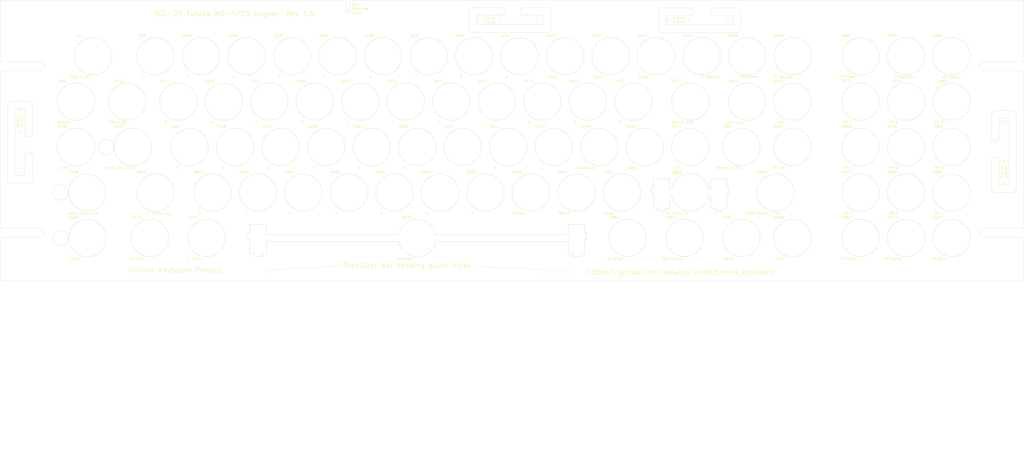
<source format=kicad_pcb>
(kicad_pcb (version 20171130) (host pcbnew "(5.1.6-0-10_14)")

  (general
    (thickness 1.6)
    (drawings 135)
    (tracks 0)
    (zones 0)
    (modules 108)
    (nets 1)
  )

  (page C)
  (title_block
    (title "Unified Retro Keyboard")
    (date 2019-08-25)
    (rev 1.1)
    (company OSIWeb.org)
    (comment 1 "Key aligner - Futaba")
  )

  (layers
    (0 F.Cu signal)
    (31 B.Cu signal)
    (32 B.Adhes user)
    (33 F.Adhes user)
    (34 B.Paste user)
    (35 F.Paste user)
    (36 B.SilkS user)
    (37 F.SilkS user)
    (38 B.Mask user)
    (39 F.Mask user)
    (40 Dwgs.User user)
    (41 Cmts.User user)
    (42 Eco1.User user)
    (43 Eco2.User user)
    (44 Edge.Cuts user)
    (45 Margin user)
    (46 B.CrtYd user)
    (47 F.CrtYd user)
    (48 B.Fab user)
    (49 F.Fab user)
  )

  (setup
    (last_trace_width 0.254)
    (user_trace_width 0.254)
    (user_trace_width 0.508)
    (user_trace_width 1.27)
    (trace_clearance 0.2)
    (zone_clearance 0.508)
    (zone_45_only no)
    (trace_min 0.2)
    (via_size 0.8128)
    (via_drill 0.4064)
    (via_min_size 0.4)
    (via_min_drill 0.3)
    (user_via 1.27 0.7112)
    (uvia_size 0.3048)
    (uvia_drill 0.1016)
    (uvias_allowed no)
    (uvia_min_size 0.2)
    (uvia_min_drill 0.1)
    (edge_width 0.05)
    (segment_width 0.2)
    (pcb_text_width 0.3)
    (pcb_text_size 1.5 1.5)
    (mod_edge_width 0.12)
    (mod_text_size 1 1)
    (mod_text_width 0.15)
    (pad_size 1.6256 1.6256)
    (pad_drill 1.6256)
    (pad_to_mask_clearance 0)
    (aux_axis_origin 61.4172 179.1081)
    (grid_origin 76.835 223.393)
    (visible_elements 7FFFEFFF)
    (pcbplotparams
      (layerselection 0x010fc_ffffffff)
      (usegerberextensions false)
      (usegerberattributes false)
      (usegerberadvancedattributes false)
      (creategerberjobfile false)
      (excludeedgelayer true)
      (linewidth 0.100000)
      (plotframeref false)
      (viasonmask false)
      (mode 1)
      (useauxorigin false)
      (hpglpennumber 1)
      (hpglpenspeed 20)
      (hpglpendiameter 15.000000)
      (psnegative false)
      (psa4output false)
      (plotreference true)
      (plotvalue true)
      (plotinvisibletext false)
      (padsonsilk false)
      (subtractmaskfromsilk false)
      (outputformat 1)
      (mirror false)
      (drillshape 0)
      (scaleselection 1)
      (outputdirectory "outputs"))
  )

  (net 0 "")

  (net_class Default "This is the default net class."
    (clearance 0.2)
    (trace_width 0.254)
    (via_dia 0.8128)
    (via_drill 0.4064)
    (uvia_dia 0.3048)
    (uvia_drill 0.1016)
    (diff_pair_width 0.2032)
    (diff_pair_gap 0.254)
  )

  (net_class power1 ""
    (clearance 0.254)
    (trace_width 1.27)
    (via_dia 1.27)
    (via_drill 0.7112)
    (uvia_dia 0.3048)
    (uvia_drill 0.1016)
    (diff_pair_width 0.2032)
    (diff_pair_gap 0.254)
  )

  (net_class signal ""
    (clearance 0.2032)
    (trace_width 0.254)
    (via_dia 0.8128)
    (via_drill 0.4064)
    (uvia_dia 0.3048)
    (uvia_drill 0.1016)
    (diff_pair_width 0.2032)
    (diff_pair_gap 0.254)
  )

  (module MountingHole:MountingHole_3.2mm_M3 (layer F.Cu) (tedit 5EE9B52B) (tstamp 5EFF3445)
    (at 87.03818 165.20922 270)
    (descr "Mounting Hole 3.2mm, no annular, M3")
    (tags "mounting hole 3.2mm no annular m3")
    (attr virtual)
    (fp_text reference REF** (at 0 -4.2 90) (layer F.SilkS) hide
      (effects (font (size 1 1) (thickness 0.15)))
    )
    (fp_text value "Rod sizing hole 1/16 inch" (at 0 4.2 90) (layer F.Fab)
      (effects (font (size 1 1) (thickness 0.15)))
    )
    (fp_text user H? (at 0 -2.54 90) (layer F.Fab)
      (effects (font (size 1 1) (thickness 0.15)))
    )
    (pad "" np_thru_hole circle (at 0 0 270) (size 1.6256 1.6256) (drill 1.6256) (layers *.Cu *.Mask))
  )

  (module MountingHole:MountingHole_3.2mm_M3 (layer F.Cu) (tedit 5EE9B52B) (tstamp 5EFF3428)
    (at 87.03818 167.56253 270)
    (descr "Mounting Hole 3.2mm, no annular, M3")
    (tags "mounting hole 3.2mm no annular m3")
    (attr virtual)
    (fp_text reference REF** (at 0 -4.2 90) (layer F.SilkS) hide
      (effects (font (size 1 1) (thickness 0.15)))
    )
    (fp_text value "Rod sizing hole 1/16 inch" (at 0 4.2 90) (layer F.Fab)
      (effects (font (size 1 1) (thickness 0.15)))
    )
    (fp_text user H? (at 0 -2.54 90) (layer F.Fab)
      (effects (font (size 1 1) (thickness 0.15)))
    )
    (pad "" np_thru_hole circle (at 0 0 270) (size 1.6256 1.6256) (drill 1.6256) (layers *.Cu *.Mask))
  )

  (module MountingHole:MountingHole_3.2mm_M3 (layer F.Cu) (tedit 5EFEC365) (tstamp 5EFF3424)
    (at 87.03818 169.91584 270)
    (descr "Mounting Hole 3.2mm, no annular, M3")
    (tags "mounting hole 3.2mm no annular m3")
    (attr virtual)
    (fp_text reference REF** (at 0 -4.2 90) (layer F.SilkS) hide
      (effects (font (size 1 1) (thickness 0.15)))
    )
    (fp_text value "Rod sizing hole 1/16 inch" (at 0 4.2 90) (layer F.Fab) hide
      (effects (font (size 1 1) (thickness 0.15)))
    )
    (pad "" np_thru_hole circle (at 0 0 270) (size 1.6256 1.6256) (drill 1.6256) (layers *.Cu *.Mask))
  )

  (module MountingHole:MountingHole_3.2mm_M3 (layer F.Cu) (tedit 5EE9B52B) (tstamp 5EFF3445)
    (at 288.97834 113.59642)
    (descr "Mounting Hole 3.2mm, no annular, M3")
    (tags "mounting hole 3.2mm no annular m3")
    (attr virtual)
    (fp_text reference REF** (at 0 -4.2) (layer F.SilkS) hide
      (effects (font (size 1 1) (thickness 0.15)))
    )
    (fp_text value "Rod sizing hole 1/16 inch" (at 0 4.2) (layer F.Fab)
      (effects (font (size 1 1) (thickness 0.15)))
    )
    (fp_text user H? (at 0 -2.54) (layer F.Fab)
      (effects (font (size 1 1) (thickness 0.15)))
    )
    (pad "" np_thru_hole circle (at 0 0) (size 1.6256 1.6256) (drill 1.6256) (layers *.Cu *.Mask))
  )

  (module MountingHole:MountingHole_3.2mm_M3 (layer F.Cu) (tedit 5EE9B52B) (tstamp 5EFF3428)
    (at 291.33165 113.59642)
    (descr "Mounting Hole 3.2mm, no annular, M3")
    (tags "mounting hole 3.2mm no annular m3")
    (attr virtual)
    (fp_text reference REF** (at 0 -4.2) (layer F.SilkS) hide
      (effects (font (size 1 1) (thickness 0.15)))
    )
    (fp_text value "Rod sizing hole 1/16 inch" (at 0 4.2) (layer F.Fab)
      (effects (font (size 1 1) (thickness 0.15)))
    )
    (fp_text user H? (at 0 -2.54) (layer F.Fab)
      (effects (font (size 1 1) (thickness 0.15)))
    )
    (pad "" np_thru_hole circle (at 0 0) (size 1.6256 1.6256) (drill 1.6256) (layers *.Cu *.Mask))
  )

  (module MountingHole:MountingHole_3.2mm_M3 (layer F.Cu) (tedit 5EFEC365) (tstamp 5EFF3424)
    (at 293.68496 113.59642)
    (descr "Mounting Hole 3.2mm, no annular, M3")
    (tags "mounting hole 3.2mm no annular m3")
    (attr virtual)
    (fp_text reference REF** (at 0 -4.2) (layer F.SilkS) hide
      (effects (font (size 1 1) (thickness 0.15)))
    )
    (fp_text value "Rod sizing hole 1/16 inch" (at 0 4.2) (layer F.Fab) hide
      (effects (font (size 1 1) (thickness 0.15)))
    )
    (pad "" np_thru_hole circle (at 0 0) (size 1.6256 1.6256) (drill 1.6256) (layers *.Cu *.Mask))
  )

  (module MountingHole:MountingHole_3.2mm_M3 (layer F.Cu) (tedit 5EE9B52B) (tstamp 5EFF3445)
    (at 368.37874 113.69294)
    (descr "Mounting Hole 3.2mm, no annular, M3")
    (tags "mounting hole 3.2mm no annular m3")
    (attr virtual)
    (fp_text reference REF** (at 0 -4.2) (layer F.SilkS) hide
      (effects (font (size 1 1) (thickness 0.15)))
    )
    (fp_text value "Rod sizing hole 1/16 inch" (at 0 4.2) (layer F.Fab)
      (effects (font (size 1 1) (thickness 0.15)))
    )
    (fp_text user H? (at 0 -2.54) (layer F.Fab)
      (effects (font (size 1 1) (thickness 0.15)))
    )
    (pad "" np_thru_hole circle (at 0 0) (size 1.6256 1.6256) (drill 1.6256) (layers *.Cu *.Mask))
  )

  (module MountingHole:MountingHole_3.2mm_M3 (layer F.Cu) (tedit 5EE9B52B) (tstamp 5EFF3428)
    (at 370.73205 113.69294)
    (descr "Mounting Hole 3.2mm, no annular, M3")
    (tags "mounting hole 3.2mm no annular m3")
    (attr virtual)
    (fp_text reference REF** (at 0 -4.2) (layer F.SilkS) hide
      (effects (font (size 1 1) (thickness 0.15)))
    )
    (fp_text value "Rod sizing hole 1/16 inch" (at 0 4.2) (layer F.Fab)
      (effects (font (size 1 1) (thickness 0.15)))
    )
    (fp_text user H? (at 0 -2.54) (layer F.Fab)
      (effects (font (size 1 1) (thickness 0.15)))
    )
    (pad "" np_thru_hole circle (at 0 0) (size 1.6256 1.6256) (drill 1.6256) (layers *.Cu *.Mask))
  )

  (module MountingHole:MountingHole_3.2mm_M3 (layer F.Cu) (tedit 5EFEC365) (tstamp 5EFF3424)
    (at 373.08536 113.69294)
    (descr "Mounting Hole 3.2mm, no annular, M3")
    (tags "mounting hole 3.2mm no annular m3")
    (attr virtual)
    (fp_text reference REF** (at 0 -4.2) (layer F.SilkS) hide
      (effects (font (size 1 1) (thickness 0.15)))
    )
    (fp_text value "Rod sizing hole 1/16 inch" (at 0 4.2) (layer F.Fab) hide
      (effects (font (size 1 1) (thickness 0.15)))
    )
    (pad "" np_thru_hole circle (at 0 0) (size 1.6256 1.6256) (drill 1.6256) (layers *.Cu *.Mask))
  )

  (module MountingHole:MountingHole_3.2mm_M3 (layer F.Cu) (tedit 5EFEC365) (tstamp 5EFF309C)
    (at 495.24666 167.1574 90)
    (descr "Mounting Hole 3.2mm, no annular, M3")
    (tags "mounting hole 3.2mm no annular m3")
    (attr virtual)
    (fp_text reference REF** (at 0 -4.2 90) (layer F.SilkS) hide
      (effects (font (size 1 1) (thickness 0.15)))
    )
    (fp_text value "Rod sizing hole 1/16 inch" (at 0 4.2 90) (layer F.Fab) hide
      (effects (font (size 1 1) (thickness 0.15)))
    )
    (pad "" np_thru_hole circle (at 0 0 90) (size 1.6256 1.6256) (drill 1.6256) (layers *.Cu *.Mask))
  )

  (module MountingHole:MountingHole_3.2mm_M3 (layer F.Cu) (tedit 5EE9B52B) (tstamp 5EFF2FDC)
    (at 495.24666 169.51071 90)
    (descr "Mounting Hole 3.2mm, no annular, M3")
    (tags "mounting hole 3.2mm no annular m3")
    (attr virtual)
    (fp_text reference REF** (at 0 -4.2 90) (layer F.SilkS) hide
      (effects (font (size 1 1) (thickness 0.15)))
    )
    (fp_text value "Rod sizing hole 1/16 inch" (at 0 4.2 90) (layer F.Fab)
      (effects (font (size 1 1) (thickness 0.15)))
    )
    (fp_text user H? (at 0 -2.54 90) (layer F.Fab)
      (effects (font (size 1 1) (thickness 0.15)))
    )
    (pad "" np_thru_hole circle (at 0 0 90) (size 1.6256 1.6256) (drill 1.6256) (layers *.Cu *.Mask))
  )

  (module MountingHole:MountingHole_3.2mm_M3 (layer F.Cu) (tedit 5EE9B52B) (tstamp 5EFF2FDC)
    (at 495.24666 171.86402 90)
    (descr "Mounting Hole 3.2mm, no annular, M3")
    (tags "mounting hole 3.2mm no annular m3")
    (attr virtual)
    (fp_text reference REF** (at 0 -4.2 90) (layer F.SilkS) hide
      (effects (font (size 1 1) (thickness 0.15)))
    )
    (fp_text value "Rod sizing hole 1/16 inch" (at 0 4.2 90) (layer F.Fab)
      (effects (font (size 1 1) (thickness 0.15)))
    )
    (fp_text user H? (at 0 -2.54 90) (layer F.Fab)
      (effects (font (size 1 1) (thickness 0.15)))
    )
    (pad "" np_thru_hole circle (at 0 0 90) (size 1.6256 1.6256) (drill 1.6256) (layers *.Cu *.Mask))
  )

  (module unikbd:Futaba_space_Cherry_aligner locked (layer F.Cu) (tedit 5EE3C0EA) (tstamp 5E12D584)
    (at 251.45238 206.79156)
    (path /5E16AC8E/5E135ADC)
    (fp_text reference SW78 (at -4.5847 -8.5725) (layer F.SilkS)
      (effects (font (size 1 1) (thickness 0.15)))
    )
    (fp_text value Spacebar (at -5.334 8.6614) (layer F.SilkS)
      (effects (font (size 1 1) (thickness 0.15)))
    )
    (fp_line (start -63.2206 -5.6896) (end -63.2206 -1.397) (layer Edge.Cuts) (width 0.12))
    (fp_line (start -70.1294 -5.6896) (end -63.2206 -5.6896) (layer Edge.Cuts) (width 0.12))
    (fp_line (start -70.1294 -2.286) (end -70.1294 -5.6896) (layer Edge.Cuts) (width 0.12))
    (fp_line (start -70.866 -2.286) (end -70.1294 -2.286) (layer Edge.Cuts) (width 0.12))
    (fp_line (start -70.866 0.508) (end -70.866 -2.286) (layer Edge.Cuts) (width 0.12))
    (fp_line (start -70.1294 0.508) (end -70.866 0.508) (layer Edge.Cuts) (width 0.12))
    (fp_line (start -70.1294 6.604) (end -70.1294 0.508) (layer Edge.Cuts) (width 0.12))
    (fp_line (start -68.199 6.604) (end -70.1294 6.604) (layer Edge.Cuts) (width 0.12))
    (fp_line (start -68.199 7.7724) (end -68.199 6.604) (layer Edge.Cuts) (width 0.12))
    (fp_line (start -65.151 7.7724) (end -68.199 7.7724) (layer Edge.Cuts) (width 0.12))
    (fp_line (start -65.151 6.604) (end -65.151 7.7724) (layer Edge.Cuts) (width 0.12))
    (fp_line (start -63.2206 6.604) (end -65.151 6.604) (layer Edge.Cuts) (width 0.12))
    (fp_line (start -63.2206 1.397) (end -63.2206 6.604) (layer Edge.Cuts) (width 0.12))
    (fp_line (start 63.2206 6.604) (end 63.2206 1.397) (layer Edge.Cuts) (width 0.12))
    (fp_line (start 65.151 6.604) (end 63.2206 6.604) (layer Edge.Cuts) (width 0.12))
    (fp_line (start 65.151 7.7724) (end 65.151 6.604) (layer Edge.Cuts) (width 0.12))
    (fp_line (start 68.199 7.7724) (end 65.151 7.7724) (layer Edge.Cuts) (width 0.12))
    (fp_line (start 68.199 6.604) (end 68.199 7.7724) (layer Edge.Cuts) (width 0.12))
    (fp_line (start 70.1294 6.604) (end 68.199 6.604) (layer Edge.Cuts) (width 0.12))
    (fp_line (start 70.1294 0.508) (end 70.1294 6.604) (layer Edge.Cuts) (width 0.12))
    (fp_line (start 70.866 0.508) (end 70.1294 0.508) (layer Edge.Cuts) (width 0.12))
    (fp_line (start 70.866 -2.286) (end 70.866 0.508) (layer Edge.Cuts) (width 0.12))
    (fp_line (start 70.1294 -2.286) (end 70.866 -2.286) (layer Edge.Cuts) (width 0.12))
    (fp_line (start 70.1294 -5.6896) (end 70.1294 -2.286) (layer Edge.Cuts) (width 0.12))
    (fp_line (start 63.2206 -5.6896) (end 70.1294 -5.6896) (layer Edge.Cuts) (width 0.12))
    (fp_line (start 63.2206 -1.397) (end 63.2206 -5.6896) (layer Edge.Cuts) (width 0.12))
    (fp_line (start 7.697216 1.397) (end 63.2206 1.397) (layer Edge.Cuts) (width 0.12))
    (fp_line (start 7.697216 -1.397) (end 63.2206 -1.397) (layer Edge.Cuts) (width 0.12))
    (fp_line (start -63.2206 -1.397) (end -7.697216 -1.397) (layer Edge.Cuts) (width 0.12))
    (fp_line (start -63.2206 1.397) (end -7.697216 1.397) (layer Edge.Cuts) (width 0.12))
    (fp_text user MX_space_aligner (at -0.6096 7.9248) (layer B.Fab)
      (effects (font (size 1 1) (thickness 0.15)))
    )
    (fp_text user SW** (at -5.334 -7.874) (layer F.SilkS) hide
      (effects (font (size 1 1) (thickness 0.15)))
    )
    (fp_text user Futaba_2u_Cherry_aligner (at 0 -0.5) (layer F.Fab)
      (effects (font (size 1 1) (thickness 0.15)))
    )
    (fp_text user REF** (at 0 0.5) (layer F.SilkS) hide
      (effects (font (size 1 1) (thickness 0.15)))
    )
    (fp_arc (start 0 0) (end 7.697216 -1.397) (angle -159.4) (layer Edge.Cuts) (width 0.12))
    (fp_arc (start 0 0) (end -7.697216 1.397) (angle -159.4) (layer Edge.Cuts) (width 0.12))
    (pad "" np_thru_hole circle (at -6.985 6.985) (size 1.6256 1.6256) (drill 1.6256) (layers *.Cu *.Mask))
    (pad "" np_thru_hole circle (at -6.985 -6.985) (size 1.6256 1.6256) (drill 1.6256) (layers *.Cu *.Mask))
    (pad "" np_thru_hole circle (at 6.985 -6.985) (size 1.6256 1.6256) (drill 1.6256) (layers *.Cu *.Mask))
    (pad "" np_thru_hole circle (at 6.985 6.985) (size 1.6256 1.6256) (drill 1.6256) (layers *.Cu *.Mask))
  )

  (module MountingHole:MountingHole_3.2mm_M3 (layer F.Cu) (tedit 5EE9B51C) (tstamp 5EDE0C20)
    (at 184.79516 220.90634)
    (descr "Mounting Hole 3.2mm, no annular, M3")
    (tags "mounting hole 3.2mm no annular m3")
    (attr virtual)
    (fp_text reference REF** (at 0 -4.2) (layer F.SilkS) hide
      (effects (font (size 1 1) (thickness 0.15)))
    )
    (fp_text value "Rod sizing hole 1/16 inch" (at 0 4.2) (layer F.Fab)
      (effects (font (size 1 1) (thickness 0.15)))
    )
    (fp_text user H? (at 0 -2.54) (layer F.Fab)
      (effects (font (size 1 1) (thickness 0.15)))
    )
    (pad "" np_thru_hole circle (at 0 0) (size 1.6256 1.6256) (drill 1.6256) (layers *.Cu *.Mask))
  )

  (module MountingHole:MountingHole_3.2mm_M3 (layer F.Cu) (tedit 5EE9B52B) (tstamp 5EDDA612)
    (at 318.14516 220.90634)
    (descr "Mounting Hole 3.2mm, no annular, M3")
    (tags "mounting hole 3.2mm no annular m3")
    (attr virtual)
    (fp_text reference REF** (at 0 -4.2) (layer F.SilkS) hide
      (effects (font (size 1 1) (thickness 0.15)))
    )
    (fp_text value "Rod sizing hole 1/16 inch" (at 0 4.2) (layer F.Fab)
      (effects (font (size 1 1) (thickness 0.15)))
    )
    (fp_text user H? (at 0 -2.54) (layer F.Fab)
      (effects (font (size 1 1) (thickness 0.15)))
    )
    (pad "" np_thru_hole circle (at 0 0) (size 1.6256 1.6256) (drill 1.6256) (layers *.Cu *.Mask))
  )

  (module unikbd:Futaba_2u_Cherry_aligner locked (layer F.Cu) (tedit 5E8CDB68) (tstamp 5E12D3B8)
    (at 365.75238 187.74156)
    (path /5BC3E99D/5BC6D0C2)
    (fp_text reference SW55 (at -5.7912 -8.6106) (layer F.SilkS)
      (effects (font (size 1 1) (thickness 0.15)))
    )
    (fp_text value "RT Shift: 2x" (at -5.334 8.6614) (layer F.SilkS)
      (effects (font (size 1 1) (thickness 0.15)))
    )
    (fp_line (start -8.6106 -5.6896) (end -8.6106 -1.397) (layer Edge.Cuts) (width 0.12))
    (fp_line (start -15.2654 -5.6896) (end -8.6106 -5.6896) (layer Edge.Cuts) (width 0.12))
    (fp_line (start -15.2654 -2.286) (end -15.2654 -5.6896) (layer Edge.Cuts) (width 0.12))
    (fp_line (start -16.129 -2.286) (end -15.2654 -2.286) (layer Edge.Cuts) (width 0.12))
    (fp_line (start -16.129 0.508) (end -16.129 -2.286) (layer Edge.Cuts) (width 0.12))
    (fp_line (start -15.2654 0.508) (end -16.129 0.508) (layer Edge.Cuts) (width 0.12))
    (fp_line (start -15.2654 6.604) (end -15.2654 0.508) (layer Edge.Cuts) (width 0.12))
    (fp_line (start -13.462 6.604) (end -15.2654 6.604) (layer Edge.Cuts) (width 0.12))
    (fp_line (start -13.462 7.7724) (end -13.462 6.604) (layer Edge.Cuts) (width 0.12))
    (fp_line (start -10.414 7.7724) (end -13.462 7.7724) (layer Edge.Cuts) (width 0.12))
    (fp_line (start -10.414 6.604) (end -10.414 7.7724) (layer Edge.Cuts) (width 0.12))
    (fp_line (start -8.6106 6.604) (end -10.414 6.604) (layer Edge.Cuts) (width 0.12))
    (fp_line (start -8.6106 1.397) (end -8.6106 6.604) (layer Edge.Cuts) (width 0.12))
    (fp_line (start 8.6106 6.604) (end 8.6106 1.397) (layer Edge.Cuts) (width 0.12))
    (fp_line (start 10.414 6.604) (end 8.6106 6.604) (layer Edge.Cuts) (width 0.12))
    (fp_line (start 10.414 7.7724) (end 10.414 6.604) (layer Edge.Cuts) (width 0.12))
    (fp_line (start 13.462 7.7724) (end 10.414 7.7724) (layer Edge.Cuts) (width 0.12))
    (fp_line (start 8.6106 -1.397) (end 8.6106 -5.6896) (layer Edge.Cuts) (width 0.12))
    (fp_line (start 8.6106 -5.6896) (end 15.2654 -5.6896) (layer Edge.Cuts) (width 0.12))
    (fp_line (start 13.462 6.604) (end 13.462 7.7724) (layer Edge.Cuts) (width 0.12))
    (fp_line (start 15.2654 6.604) (end 13.462 6.604) (layer Edge.Cuts) (width 0.12))
    (fp_line (start 15.2654 0.508) (end 15.2654 6.604) (layer Edge.Cuts) (width 0.12))
    (fp_line (start 16.129 0.508) (end 15.2654 0.508) (layer Edge.Cuts) (width 0.12))
    (fp_line (start 16.129 -2.286) (end 16.129 0.508) (layer Edge.Cuts) (width 0.12))
    (fp_line (start 15.2654 -2.286) (end 16.129 -2.286) (layer Edge.Cuts) (width 0.12))
    (fp_line (start 15.2654 -5.6896) (end 15.2654 -2.286) (layer Edge.Cuts) (width 0.12))
    (fp_line (start -8.6106 1.397) (end -7.6962 1.397) (layer Edge.Cuts) (width 0.12))
    (fp_line (start -8.6106 -1.397) (end -7.6962 -1.397) (layer Edge.Cuts) (width 0.12))
    (fp_line (start 7.6962 -1.397) (end 8.6106 -1.397) (layer Edge.Cuts) (width 0.12))
    (fp_line (start 7.6962 1.397) (end 8.6106 1.397) (layer Edge.Cuts) (width 0.12))
    (fp_arc (start 0 0) (end -7.697216 1.397) (angle -159.4) (layer Edge.Cuts) (width 0.12))
    (fp_arc (start 0 0) (end 7.697216 -1.397) (angle -159.4) (layer Edge.Cuts) (width 0.12))
    (fp_text user SW** (at -5.334 -7.874) (layer F.SilkS)
      (effects (font (size 1 1) (thickness 0.15)))
    )
    (fp_text user MX_space_aligner (at -0.6096 7.9248) (layer B.Fab)
      (effects (font (size 1 1) (thickness 0.15)))
    )
    (pad "" np_thru_hole circle (at 6.985 6.985) (size 1.6256 1.6256) (drill 1.6256) (layers *.Cu *.Mask))
    (pad "" np_thru_hole circle (at 6.985 -6.985) (size 1.6256 1.6256) (drill 1.6256) (layers *.Cu *.Mask))
    (pad "" np_thru_hole circle (at -6.985 6.985) (size 1.6256 1.6256) (drill 1.6256) (layers *.Cu *.Mask))
    (pad "" np_thru_hole circle (at -6.985 -6.985) (size 1.6256 1.6256) (drill 1.6256) (layers *.Cu *.Mask))
  )

  (module unikbd:Futaba-MD-4PCS-aligner locked (layer F.Cu) (tedit 5DA63068) (tstamp 5E12D408)
    (at 401.47113 187.74156)
    (path /5BC3E99D/5BC6D0C9)
    (fp_text reference SW59 (at -5.7912 -8.6106) (layer F.SilkS)
      (effects (font (size 1 1) (thickness 0.15)))
    )
    (fp_text value "Mode Select: 1.75x" (at -5.334 8.6614) (layer F.SilkS)
      (effects (font (size 1 1) (thickness 0.15)))
    )
    (fp_circle (center 0 0) (end 7.8232 0) (layer Edge.Cuts) (width 0.12))
    (pad "" np_thru_hole circle (at -6.985 -6.985) (size 1.6256 1.6256) (drill 1.6256) (layers *.Cu *.Mask))
    (pad "" np_thru_hole circle (at -6.985 6.985) (size 1.6256 1.6256) (drill 1.6256) (layers *.Cu *.Mask))
    (pad "" np_thru_hole circle (at 6.985 6.985) (size 1.6256 1.6256) (drill 1.6256) (layers *.Cu *.Mask))
    (pad "" np_thru_hole circle (at 6.985 -6.985) (size 1.6256 1.6256) (drill 1.6256) (layers *.Cu *.Mask))
  )

  (module unikbd:Futaba-MD-4PCS-aligner locked (layer F.Cu) (tedit 5DA63068) (tstamp 5E12D458)
    (at 251.45238 168.69156)
    (path /5BC3E99D/5BC3FF70)
    (fp_text reference SW63 (at -5.7912 -8.6106) (layer F.SilkS)
      (effects (font (size 1 1) (thickness 0.15)))
    )
    (fp_text value H (at -5.334 8.6614) (layer F.SilkS)
      (effects (font (size 1 1) (thickness 0.15)))
    )
    (fp_circle (center 0 0) (end 7.8232 0) (layer Edge.Cuts) (width 0.12))
    (pad "" np_thru_hole circle (at -6.985 -6.985) (size 1.6256 1.6256) (drill 1.6256) (layers *.Cu *.Mask))
    (pad "" np_thru_hole circle (at -6.985 6.985) (size 1.6256 1.6256) (drill 1.6256) (layers *.Cu *.Mask))
    (pad "" np_thru_hole circle (at 6.985 6.985) (size 1.6256 1.6256) (drill 1.6256) (layers *.Cu *.Mask))
    (pad "" np_thru_hole circle (at 6.985 -6.985) (size 1.6256 1.6256) (drill 1.6256) (layers *.Cu *.Mask))
  )

  (module unikbd:Futaba-MD-4PCS-aligner locked (layer F.Cu) (tedit 5DA63068) (tstamp 5E12D41C)
    (at 232.40238 168.69156)
    (path /5BC3E99D/5BC3FF77)
    (fp_text reference SW60 (at -5.7912 -8.6106) (layer F.SilkS)
      (effects (font (size 1 1) (thickness 0.15)))
    )
    (fp_text value G (at -5.334 8.6614) (layer F.SilkS)
      (effects (font (size 1 1) (thickness 0.15)))
    )
    (fp_circle (center 0 0) (end 7.8232 0) (layer Edge.Cuts) (width 0.12))
    (pad "" np_thru_hole circle (at -6.985 -6.985) (size 1.6256 1.6256) (drill 1.6256) (layers *.Cu *.Mask))
    (pad "" np_thru_hole circle (at -6.985 6.985) (size 1.6256 1.6256) (drill 1.6256) (layers *.Cu *.Mask))
    (pad "" np_thru_hole circle (at 6.985 6.985) (size 1.6256 1.6256) (drill 1.6256) (layers *.Cu *.Mask))
    (pad "" np_thru_hole circle (at 6.985 -6.985) (size 1.6256 1.6256) (drill 1.6256) (layers *.Cu *.Mask))
  )

  (module unikbd:Futaba-MD-4PCS-aligner locked (layer F.Cu) (tedit 5DA63068) (tstamp 5E12D430)
    (at 387.18363 168.69156)
    (path /5BC3E99D/5BC6CD87)
    (fp_text reference SW61 (at -5.7912 -8.6106) (layer F.SilkS)
      (effects (font (size 1 1) (thickness 0.15)))
    )
    (fp_text value "Repeat: 1.25x" (at -5.334 8.6614) (layer F.SilkS)
      (effects (font (size 1 1) (thickness 0.15)))
    )
    (fp_circle (center 0 0) (end 7.8232 0) (layer Edge.Cuts) (width 0.12))
    (pad "" np_thru_hole circle (at -6.985 -6.985) (size 1.6256 1.6256) (drill 1.6256) (layers *.Cu *.Mask))
    (pad "" np_thru_hole circle (at -6.985 6.985) (size 1.6256 1.6256) (drill 1.6256) (layers *.Cu *.Mask))
    (pad "" np_thru_hole circle (at 6.985 6.985) (size 1.6256 1.6256) (drill 1.6256) (layers *.Cu *.Mask))
    (pad "" np_thru_hole circle (at 6.985 -6.985) (size 1.6256 1.6256) (drill 1.6256) (layers *.Cu *.Mask))
  )

  (module unikbd:Futaba-MD-4PCS-aligner locked (layer F.Cu) (tedit 5DA63068) (tstamp 5E12D3CC)
    (at 213.35238 168.69156)
    (path /5BC3E99D/5BC3FF69)
    (fp_text reference SW56 (at -5.7912 -8.6106) (layer F.SilkS)
      (effects (font (size 1 1) (thickness 0.15)))
    )
    (fp_text value F (at -5.334 8.6614) (layer F.SilkS)
      (effects (font (size 1 1) (thickness 0.15)))
    )
    (fp_circle (center 0 0) (end 7.8232 0) (layer Edge.Cuts) (width 0.12))
    (pad "" np_thru_hole circle (at -6.985 -6.985) (size 1.6256 1.6256) (drill 1.6256) (layers *.Cu *.Mask))
    (pad "" np_thru_hole circle (at -6.985 6.985) (size 1.6256 1.6256) (drill 1.6256) (layers *.Cu *.Mask))
    (pad "" np_thru_hole circle (at 6.985 6.985) (size 1.6256 1.6256) (drill 1.6256) (layers *.Cu *.Mask))
    (pad "" np_thru_hole circle (at 6.985 -6.985) (size 1.6256 1.6256) (drill 1.6256) (layers *.Cu *.Mask))
  )

  (module unikbd:Futaba-MD-4PCS-aligner locked (layer F.Cu) (tedit 5DA63068) (tstamp 5E12D46C)
    (at 408.61488 168.69156)
    (path /5BC3E99D/5BC6CD80)
    (fp_text reference SW64 (at -5.7912 -8.6106) (layer F.SilkS)
      (effects (font (size 1 1) (thickness 0.15)))
    )
    (fp_text value "RT Ctrl" (at -5.334 8.6614) (layer F.SilkS)
      (effects (font (size 1 1) (thickness 0.15)))
    )
    (fp_circle (center 0 0) (end 7.8232 0) (layer Edge.Cuts) (width 0.12))
    (pad "" np_thru_hole circle (at -6.985 -6.985) (size 1.6256 1.6256) (drill 1.6256) (layers *.Cu *.Mask))
    (pad "" np_thru_hole circle (at -6.985 6.985) (size 1.6256 1.6256) (drill 1.6256) (layers *.Cu *.Mask))
    (pad "" np_thru_hole circle (at 6.985 6.985) (size 1.6256 1.6256) (drill 1.6256) (layers *.Cu *.Mask))
    (pad "" np_thru_hole circle (at 6.985 -6.985) (size 1.6256 1.6256) (drill 1.6256) (layers *.Cu *.Mask))
  )

  (module unikbd:Futaba-MD-4PCS-aligner locked (layer F.Cu) (tedit 5DA63068) (tstamp 5E12D250)
    (at 270.50238 168.69156)
    (path /5BC3E99D/5E1BE11F)
    (fp_text reference SW37 (at -5.7912 -8.6106) (layer F.SilkS)
      (effects (font (size 1 1) (thickness 0.15)))
    )
    (fp_text value J (at -5.334 8.6614) (layer F.SilkS)
      (effects (font (size 1 1) (thickness 0.15)))
    )
    (fp_circle (center 0 0) (end 7.8232 0) (layer Edge.Cuts) (width 0.12))
    (pad "" np_thru_hole circle (at -6.985 -6.985) (size 1.6256 1.6256) (drill 1.6256) (layers *.Cu *.Mask))
    (pad "" np_thru_hole circle (at -6.985 6.985) (size 1.6256 1.6256) (drill 1.6256) (layers *.Cu *.Mask))
    (pad "" np_thru_hole circle (at 6.985 6.985) (size 1.6256 1.6256) (drill 1.6256) (layers *.Cu *.Mask))
    (pad "" np_thru_hole circle (at 6.985 -6.985) (size 1.6256 1.6256) (drill 1.6256) (layers *.Cu *.Mask))
  )

  (module unikbd:Futaba-MD-4PCS-aligner locked (layer F.Cu) (tedit 5DA63068) (tstamp 5E12D55C)
    (at 456.11288 168.69156)
    (path /5E16AC8E/5E1BE10C)
    (fp_text reference SW76 (at -5.7912 -8.6106) (layer F.SilkS)
      (effects (font (size 1 1) (thickness 0.15)))
    )
    (fp_text value "NP 5" (at -5.334 8.6614) (layer F.SilkS)
      (effects (font (size 1 1) (thickness 0.15)))
    )
    (fp_circle (center 0 0) (end 7.8232 0) (layer Edge.Cuts) (width 0.12))
    (pad "" np_thru_hole circle (at -6.985 -6.985) (size 1.6256 1.6256) (drill 1.6256) (layers *.Cu *.Mask))
    (pad "" np_thru_hole circle (at -6.985 6.985) (size 1.6256 1.6256) (drill 1.6256) (layers *.Cu *.Mask))
    (pad "" np_thru_hole circle (at 6.985 6.985) (size 1.6256 1.6256) (drill 1.6256) (layers *.Cu *.Mask))
    (pad "" np_thru_hole circle (at 6.985 -6.985) (size 1.6256 1.6256) (drill 1.6256) (layers *.Cu *.Mask))
  )

  (module unikbd:Futaba-MD-4PCS-aligner locked (layer F.Cu) (tedit 5DA63068) (tstamp 5E12D28C)
    (at 132.38988 168.69156)
    (path /5BC3E99D/5BC3FD26)
    (fp_text reference SW40 (at -5.7912 -8.6106) (layer F.SilkS)
      (effects (font (size 1 1) (thickness 0.15)))
    )
    (fp_text value "Shift Lock: 1.5x" (at -5.334 8.6614) (layer F.SilkS)
      (effects (font (size 1 1) (thickness 0.15)))
    )
    (fp_circle (center 0 0) (end 7.8232 0) (layer Edge.Cuts) (width 0.12))
    (pad "" np_thru_hole circle (at -6.985 -6.985) (size 1.6256 1.6256) (drill 1.6256) (layers *.Cu *.Mask))
    (pad "" np_thru_hole circle (at -6.985 6.985) (size 1.6256 1.6256) (drill 1.6256) (layers *.Cu *.Mask))
    (pad "" np_thru_hole circle (at 6.985 6.985) (size 1.6256 1.6256) (drill 1.6256) (layers *.Cu *.Mask))
    (pad "" np_thru_hole circle (at 6.985 -6.985) (size 1.6256 1.6256) (drill 1.6256) (layers *.Cu *.Mask))
  )

  (module unikbd:Futaba-MD-4PCS-aligner locked (layer F.Cu) (tedit 5DA63068) (tstamp 5E12D2A0)
    (at 289.55238 168.69156)
    (path /5BC3E99D/5BC6CD5D)
    (fp_text reference SW41 (at -5.7912 -8.6106) (layer F.SilkS)
      (effects (font (size 1 1) (thickness 0.15)))
    )
    (fp_text value K (at -5.334 8.6614) (layer F.SilkS)
      (effects (font (size 1 1) (thickness 0.15)))
    )
    (fp_circle (center 0 0) (end 7.8232 0) (layer Edge.Cuts) (width 0.12))
    (pad "" np_thru_hole circle (at -6.985 -6.985) (size 1.6256 1.6256) (drill 1.6256) (layers *.Cu *.Mask))
    (pad "" np_thru_hole circle (at -6.985 6.985) (size 1.6256 1.6256) (drill 1.6256) (layers *.Cu *.Mask))
    (pad "" np_thru_hole circle (at 6.985 6.985) (size 1.6256 1.6256) (drill 1.6256) (layers *.Cu *.Mask))
    (pad "" np_thru_hole circle (at 6.985 -6.985) (size 1.6256 1.6256) (drill 1.6256) (layers *.Cu *.Mask))
  )

  (module unikbd:Futaba-MD-4PCS-aligner locked (layer F.Cu) (tedit 5DA63068) (tstamp 5E12D2DC)
    (at 156.20238 168.69156)
    (path /5BC3E99D/5BC3FE57)
    (fp_text reference SW44 (at -5.7912 -8.6106) (layer F.SilkS)
      (effects (font (size 1 1) (thickness 0.15)))
    )
    (fp_text value A (at -5.334 8.6614) (layer F.SilkS)
      (effects (font (size 1 1) (thickness 0.15)))
    )
    (fp_circle (center 0 0) (end 7.8232 0) (layer Edge.Cuts) (width 0.12))
    (pad "" np_thru_hole circle (at -6.985 -6.985) (size 1.6256 1.6256) (drill 1.6256) (layers *.Cu *.Mask))
    (pad "" np_thru_hole circle (at -6.985 6.985) (size 1.6256 1.6256) (drill 1.6256) (layers *.Cu *.Mask))
    (pad "" np_thru_hole circle (at 6.985 6.985) (size 1.6256 1.6256) (drill 1.6256) (layers *.Cu *.Mask))
    (pad "" np_thru_hole circle (at 6.985 -6.985) (size 1.6256 1.6256) (drill 1.6256) (layers *.Cu *.Mask))
  )

  (module unikbd:Futaba-MD-4PCS-aligner locked (layer F.Cu) (tedit 5DA63068) (tstamp 5E12D2F0)
    (at 308.60238 168.69156)
    (path /5BC3E99D/5BC6CD6B)
    (fp_text reference SW45 (at -5.7912 -8.6106) (layer F.SilkS)
      (effects (font (size 1 1) (thickness 0.15)))
    )
    (fp_text value L (at -5.334 8.6614) (layer F.SilkS)
      (effects (font (size 1 1) (thickness 0.15)))
    )
    (fp_circle (center 0 0) (end 7.8232 0) (layer Edge.Cuts) (width 0.12))
    (pad "" np_thru_hole circle (at -6.985 -6.985) (size 1.6256 1.6256) (drill 1.6256) (layers *.Cu *.Mask))
    (pad "" np_thru_hole circle (at -6.985 6.985) (size 1.6256 1.6256) (drill 1.6256) (layers *.Cu *.Mask))
    (pad "" np_thru_hole circle (at 6.985 6.985) (size 1.6256 1.6256) (drill 1.6256) (layers *.Cu *.Mask))
    (pad "" np_thru_hole circle (at 6.985 -6.985) (size 1.6256 1.6256) (drill 1.6256) (layers *.Cu *.Mask))
  )

  (module unikbd:Futaba-MD-4PCS-aligner locked (layer F.Cu) (tedit 5DA63068) (tstamp 5E12D32C)
    (at 175.25238 168.69156)
    (path /5BC3E99D/5E1BE11D)
    (fp_text reference SW48 (at -5.7912 -8.6106) (layer F.SilkS)
      (effects (font (size 1 1) (thickness 0.15)))
    )
    (fp_text value S (at -5.334 8.6614) (layer F.SilkS)
      (effects (font (size 1 1) (thickness 0.15)))
    )
    (fp_circle (center 0 0) (end 7.8232 0) (layer Edge.Cuts) (width 0.12))
    (pad "" np_thru_hole circle (at -6.985 -6.985) (size 1.6256 1.6256) (drill 1.6256) (layers *.Cu *.Mask))
    (pad "" np_thru_hole circle (at -6.985 6.985) (size 1.6256 1.6256) (drill 1.6256) (layers *.Cu *.Mask))
    (pad "" np_thru_hole circle (at 6.985 6.985) (size 1.6256 1.6256) (drill 1.6256) (layers *.Cu *.Mask))
    (pad "" np_thru_hole circle (at 6.985 -6.985) (size 1.6256 1.6256) (drill 1.6256) (layers *.Cu *.Mask))
  )

  (module unikbd:Futaba-MD-4PCS-aligner locked (layer F.Cu) (tedit 5DA63068) (tstamp 5E12D340)
    (at 327.65238 168.69156)
    (path /5BC3E99D/5BC6CD64)
    (fp_text reference SW49 (at -5.7912 -8.6106) (layer F.SilkS)
      (effects (font (size 1 1) (thickness 0.15)))
    )
    (fp_text value Semicolon (at -5.334 8.6614) (layer F.SilkS)
      (effects (font (size 1 1) (thickness 0.15)))
    )
    (fp_circle (center 0 0) (end 7.8232 0) (layer Edge.Cuts) (width 0.12))
    (pad "" np_thru_hole circle (at -6.985 -6.985) (size 1.6256 1.6256) (drill 1.6256) (layers *.Cu *.Mask))
    (pad "" np_thru_hole circle (at -6.985 6.985) (size 1.6256 1.6256) (drill 1.6256) (layers *.Cu *.Mask))
    (pad "" np_thru_hole circle (at 6.985 6.985) (size 1.6256 1.6256) (drill 1.6256) (layers *.Cu *.Mask))
    (pad "" np_thru_hole circle (at 6.985 -6.985) (size 1.6256 1.6256) (drill 1.6256) (layers *.Cu *.Mask))
  )

  (module unikbd:Futaba-MD-4PCS-aligner locked (layer F.Cu) (tedit 5DA63068) (tstamp 5E12D37C)
    (at 194.30238 168.69156)
    (path /5BC3E99D/5E0AC938)
    (fp_text reference SW52 (at -5.7912 -8.6106) (layer F.SilkS)
      (effects (font (size 1 1) (thickness 0.15)))
    )
    (fp_text value D (at -5.334 8.6614) (layer F.SilkS)
      (effects (font (size 1 1) (thickness 0.15)))
    )
    (fp_circle (center 0 0) (end 7.8232 0) (layer Edge.Cuts) (width 0.12))
    (pad "" np_thru_hole circle (at -6.985 -6.985) (size 1.6256 1.6256) (drill 1.6256) (layers *.Cu *.Mask))
    (pad "" np_thru_hole circle (at -6.985 6.985) (size 1.6256 1.6256) (drill 1.6256) (layers *.Cu *.Mask))
    (pad "" np_thru_hole circle (at 6.985 6.985) (size 1.6256 1.6256) (drill 1.6256) (layers *.Cu *.Mask))
    (pad "" np_thru_hole circle (at 6.985 -6.985) (size 1.6256 1.6256) (drill 1.6256) (layers *.Cu *.Mask))
  )

  (module unikbd:Futaba-MD-4PCS-aligner locked (layer F.Cu) (tedit 5DA63068) (tstamp 5E12D390)
    (at 346.70238 168.69156)
    (path /5BC3E99D/5BC6CD72)
    (fp_text reference SW53 (at -5.7912 -8.6106) (layer F.SilkS)
      (effects (font (size 1 1) (thickness 0.15)))
    )
    (fp_text value Colon (at -5.334 8.6614) (layer F.SilkS)
      (effects (font (size 1 1) (thickness 0.15)))
    )
    (fp_circle (center 0 0) (end 7.8232 0) (layer Edge.Cuts) (width 0.12))
    (pad "" np_thru_hole circle (at -6.985 -6.985) (size 1.6256 1.6256) (drill 1.6256) (layers *.Cu *.Mask))
    (pad "" np_thru_hole circle (at -6.985 6.985) (size 1.6256 1.6256) (drill 1.6256) (layers *.Cu *.Mask))
    (pad "" np_thru_hole circle (at 6.985 6.985) (size 1.6256 1.6256) (drill 1.6256) (layers *.Cu *.Mask))
    (pad "" np_thru_hole circle (at 6.985 -6.985) (size 1.6256 1.6256) (drill 1.6256) (layers *.Cu *.Mask))
  )

  (module unikbd:Futaba-MD-4PCS-aligner locked (layer F.Cu) (tedit 5DA63068) (tstamp 5E12D4BC)
    (at 437.06288 168.69156)
    (path /5E16AC8E/5E1BE109)
    (fp_text reference SW68 (at -5.7912 -8.6106) (layer F.SilkS)
      (effects (font (size 1 1) (thickness 0.15)))
    )
    (fp_text value "NP 4" (at -5.334 8.6614) (layer F.SilkS)
      (effects (font (size 1 1) (thickness 0.15)))
    )
    (fp_circle (center 0 0) (end 7.8232 0) (layer Edge.Cuts) (width 0.12))
    (pad "" np_thru_hole circle (at -6.985 -6.985) (size 1.6256 1.6256) (drill 1.6256) (layers *.Cu *.Mask))
    (pad "" np_thru_hole circle (at -6.985 6.985) (size 1.6256 1.6256) (drill 1.6256) (layers *.Cu *.Mask))
    (pad "" np_thru_hole circle (at 6.985 6.985) (size 1.6256 1.6256) (drill 1.6256) (layers *.Cu *.Mask))
    (pad "" np_thru_hole circle (at 6.985 -6.985) (size 1.6256 1.6256) (drill 1.6256) (layers *.Cu *.Mask))
  )

  (module unikbd:Futaba-MD-4PCS-aligner locked (layer F.Cu) (tedit 5DA63068) (tstamp 5E12D5E8)
    (at 475.16288 168.69156)
    (path /5E16AC8E/5E1BE10D)
    (fp_text reference SW83 (at -5.7912 -8.6106) (layer F.SilkS)
      (effects (font (size 1 1) (thickness 0.15)))
    )
    (fp_text value "NP 6" (at -5.334 8.6614) (layer F.SilkS)
      (effects (font (size 1 1) (thickness 0.15)))
    )
    (fp_circle (center 0 0) (end 7.8232 0) (layer Edge.Cuts) (width 0.12))
    (pad "" np_thru_hole circle (at -6.985 -6.985) (size 1.6256 1.6256) (drill 1.6256) (layers *.Cu *.Mask))
    (pad "" np_thru_hole circle (at -6.985 6.985) (size 1.6256 1.6256) (drill 1.6256) (layers *.Cu *.Mask))
    (pad "" np_thru_hole circle (at 6.985 6.985) (size 1.6256 1.6256) (drill 1.6256) (layers *.Cu *.Mask))
    (pad "" np_thru_hole circle (at 6.985 -6.985) (size 1.6256 1.6256) (drill 1.6256) (layers *.Cu *.Mask))
  )

  (module unikbd:Futaba-MD-4PCS-aligner locked (layer F.Cu) (tedit 5DA63068) (tstamp 5E12D3E0)
    (at 365.75238 168.69156)
    (path /5BC3E99D/5BC6CD79)
    (fp_text reference SW57 (at -5.7912 -8.6106) (layer F.SilkS)
      (effects (font (size 1 1) (thickness 0.15)))
    )
    (fp_text value DEL (at -5.334 8.6614) (layer F.SilkS)
      (effects (font (size 1 1) (thickness 0.15)))
    )
    (fp_circle (center 0 0) (end 7.8232 0) (layer Edge.Cuts) (width 0.12))
    (pad "" np_thru_hole circle (at -6.985 -6.985) (size 1.6256 1.6256) (drill 1.6256) (layers *.Cu *.Mask))
    (pad "" np_thru_hole circle (at -6.985 6.985) (size 1.6256 1.6256) (drill 1.6256) (layers *.Cu *.Mask))
    (pad "" np_thru_hole circle (at 6.985 6.985) (size 1.6256 1.6256) (drill 1.6256) (layers *.Cu *.Mask))
    (pad "" np_thru_hole circle (at 6.985 -6.985) (size 1.6256 1.6256) (drill 1.6256) (layers *.Cu *.Mask))
  )

  (module unikbd:Futaba-MD-4PCS-aligner locked (layer F.Cu) (tedit 5DA63068) (tstamp 5E12D3A4)
    (at 203.82738 187.74156)
    (path /5BC3E99D/5BC6CEF2)
    (fp_text reference SW54 (at -5.7912 -8.6106) (layer F.SilkS)
      (effects (font (size 1 1) (thickness 0.15)))
    )
    (fp_text value C (at -5.334 8.6614) (layer F.SilkS)
      (effects (font (size 1 1) (thickness 0.15)))
    )
    (fp_circle (center 0 0) (end 7.8232 0) (layer Edge.Cuts) (width 0.12))
    (pad "" np_thru_hole circle (at -6.985 -6.985) (size 1.6256 1.6256) (drill 1.6256) (layers *.Cu *.Mask))
    (pad "" np_thru_hole circle (at -6.985 6.985) (size 1.6256 1.6256) (drill 1.6256) (layers *.Cu *.Mask))
    (pad "" np_thru_hole circle (at 6.985 6.985) (size 1.6256 1.6256) (drill 1.6256) (layers *.Cu *.Mask))
    (pad "" np_thru_hole circle (at 6.985 -6.985) (size 1.6256 1.6256) (drill 1.6256) (layers *.Cu *.Mask))
  )

  (module unikbd:Futaba-MD-4PCS-aligner locked (layer F.Cu) (tedit 5DA63068) (tstamp 5E6EC726)
    (at 163.34613 206.79156)
    (path /5E16AC8E/5E1BE0F6)
    (fp_text reference SW74 (at -5.7912 -8.6106) (layer F.SilkS)
      (effects (font (size 1 1) (thickness 0.15)))
    )
    (fp_text value "LT Arrow" (at -5.334 8.6614) (layer F.SilkS)
      (effects (font (size 1 1) (thickness 0.15)))
    )
    (fp_circle (center 0 0) (end 7.8232 0) (layer Edge.Cuts) (width 0.12))
    (pad "" np_thru_hole circle (at -6.985 -6.985) (size 1.6256 1.6256) (drill 1.6256) (layers *.Cu *.Mask))
    (pad "" np_thru_hole circle (at -6.985 6.985) (size 1.6256 1.6256) (drill 1.6256) (layers *.Cu *.Mask))
    (pad "" np_thru_hole circle (at 6.985 6.985) (size 1.6256 1.6256) (drill 1.6256) (layers *.Cu *.Mask))
    (pad "" np_thru_hole circle (at 6.985 -6.985) (size 1.6256 1.6256) (drill 1.6256) (layers *.Cu *.Mask))
  )

  (module unikbd:Futaba-MD-4PCS-aligner locked (layer F.Cu) (tedit 5DA63068) (tstamp 5E120789)
    (at 475.16288 149.64156)
    (path /5E16AC8E/5E1BE103)
    (fp_text reference SW85 (at -4.03098 -8.56996) (layer F.SilkS)
      (effects (font (size 1 1) (thickness 0.15)))
    )
    (fp_text value "NP 9" (at -5.334 8.6614) (layer F.SilkS)
      (effects (font (size 1 1) (thickness 0.15)))
    )
    (fp_circle (center 0 0) (end 7.8232 0) (layer Edge.Cuts) (width 0.12))
    (pad "" np_thru_hole circle (at -6.985 -6.985) (size 1.6256 1.6256) (drill 1.6256) (layers *.Cu *.Mask))
    (pad "" np_thru_hole circle (at -6.985 6.985) (size 1.6256 1.6256) (drill 1.6256) (layers *.Cu *.Mask))
    (pad "" np_thru_hole circle (at 6.985 6.985) (size 1.6256 1.6256) (drill 1.6256) (layers *.Cu *.Mask))
    (pad "" np_thru_hole circle (at 6.985 -6.985) (size 1.6256 1.6256) (drill 1.6256) (layers *.Cu *.Mask))
  )

  (module unikbd:Futaba-MD-4PCS-aligner locked (layer F.Cu) (tedit 5DA63068) (tstamp 5E12D1C4)
    (at 227.63988 149.64156)
    (path /5BC3EA0A/5BCAF420)
    (fp_text reference SW30 (at -5.7912 -8.6106) (layer F.SilkS)
      (effects (font (size 1 1) (thickness 0.15)))
    )
    (fp_text value T (at -5.334 8.6614) (layer F.SilkS)
      (effects (font (size 1 1) (thickness 0.15)))
    )
    (fp_circle (center 0 0) (end 7.8232 0) (layer Edge.Cuts) (width 0.12))
    (pad "" np_thru_hole circle (at -6.985 -6.985) (size 1.6256 1.6256) (drill 1.6256) (layers *.Cu *.Mask))
    (pad "" np_thru_hole circle (at -6.985 6.985) (size 1.6256 1.6256) (drill 1.6256) (layers *.Cu *.Mask))
    (pad "" np_thru_hole circle (at 6.985 6.985) (size 1.6256 1.6256) (drill 1.6256) (layers *.Cu *.Mask))
    (pad "" np_thru_hole circle (at 6.985 -6.985) (size 1.6256 1.6256) (drill 1.6256) (layers *.Cu *.Mask))
  )

  (module unikbd:Futaba-MD-4PCS-aligner locked (layer F.Cu) (tedit 5DA63068) (tstamp 5E12D64C)
    (at 408.61488 206.79156)
    (path /5E16AC8E/5E1BE0F8)
    (fp_text reference SW88 (at -5.7912 -8.6106) (layer F.SilkS)
      (effects (font (size 1 1) (thickness 0.15)))
    )
    (fp_text value Clear (at -5.334 8.6614) (layer F.SilkS)
      (effects (font (size 1 1) (thickness 0.15)))
    )
    (fp_circle (center 0 0) (end 7.8232 0) (layer Edge.Cuts) (width 0.12))
    (pad "" np_thru_hole circle (at -6.985 -6.985) (size 1.6256 1.6256) (drill 1.6256) (layers *.Cu *.Mask))
    (pad "" np_thru_hole circle (at -6.985 6.985) (size 1.6256 1.6256) (drill 1.6256) (layers *.Cu *.Mask))
    (pad "" np_thru_hole circle (at 6.985 6.985) (size 1.6256 1.6256) (drill 1.6256) (layers *.Cu *.Mask))
    (pad "" np_thru_hole circle (at 6.985 -6.985) (size 1.6256 1.6256) (drill 1.6256) (layers *.Cu *.Mask))
  )

  (module unikbd:Futaba-MD-4PCS-aligner locked (layer F.Cu) (tedit 5DA63068) (tstamp 5E12D638)
    (at 387.18363 206.79156)
    (path /5E16AC8E/5E1BE0F9)
    (fp_text reference SW87 (at -5.7912 -8.6106) (layer F.SilkS)
      (effects (font (size 1 1) (thickness 0.15)))
    )
    (fp_text value Home (at -5.334 8.6614) (layer F.SilkS)
      (effects (font (size 1 1) (thickness 0.15)))
    )
    (fp_circle (center 0 0) (end 7.8232 0) (layer Edge.Cuts) (width 0.12))
    (pad "" np_thru_hole circle (at -6.985 -6.985) (size 1.6256 1.6256) (drill 1.6256) (layers *.Cu *.Mask))
    (pad "" np_thru_hole circle (at -6.985 6.985) (size 1.6256 1.6256) (drill 1.6256) (layers *.Cu *.Mask))
    (pad "" np_thru_hole circle (at 6.985 6.985) (size 1.6256 1.6256) (drill 1.6256) (layers *.Cu *.Mask))
    (pad "" np_thru_hole circle (at 6.985 -6.985) (size 1.6256 1.6256) (drill 1.6256) (layers *.Cu *.Mask))
  )

  (module unikbd:Futaba-MD-4PCS-aligner locked (layer F.Cu) (tedit 5DA63068) (tstamp 5E12D624)
    (at 475.16288 187.74156)
    (path /5E16AC8E/5E1BE10E)
    (fp_text reference SW86 (at -5.7912 -8.6106) (layer F.SilkS)
      (effects (font (size 1 1) (thickness 0.15)))
    )
    (fp_text value "NP 3" (at -5.334 8.6614) (layer F.SilkS)
      (effects (font (size 1 1) (thickness 0.15)))
    )
    (fp_circle (center 0 0) (end 7.8232 0) (layer Edge.Cuts) (width 0.12))
    (pad "" np_thru_hole circle (at -6.985 -6.985) (size 1.6256 1.6256) (drill 1.6256) (layers *.Cu *.Mask))
    (pad "" np_thru_hole circle (at -6.985 6.985) (size 1.6256 1.6256) (drill 1.6256) (layers *.Cu *.Mask))
    (pad "" np_thru_hole circle (at 6.985 6.985) (size 1.6256 1.6256) (drill 1.6256) (layers *.Cu *.Mask))
    (pad "" np_thru_hole circle (at 6.985 -6.985) (size 1.6256 1.6256) (drill 1.6256) (layers *.Cu *.Mask))
  )

  (module unikbd:Futaba-MD-4PCS-aligner locked (layer F.Cu) (tedit 5DA63068) (tstamp 5E12D5FC)
    (at 363.37113 206.79156)
    (path /5E16AC8E/5E1BE0F7)
    (fp_text reference SW84 (at -5.7912 -8.6106) (layer F.SilkS)
      (effects (font (size 1 1) (thickness 0.15)))
    )
    (fp_text value "Down Arrow" (at -5.334 8.6614) (layer F.SilkS)
      (effects (font (size 1 1) (thickness 0.15)))
    )
    (fp_circle (center 0 0) (end 7.8232 0) (layer Edge.Cuts) (width 0.12))
    (pad "" np_thru_hole circle (at -6.985 -6.985) (size 1.6256 1.6256) (drill 1.6256) (layers *.Cu *.Mask))
    (pad "" np_thru_hole circle (at -6.985 6.985) (size 1.6256 1.6256) (drill 1.6256) (layers *.Cu *.Mask))
    (pad "" np_thru_hole circle (at 6.985 6.985) (size 1.6256 1.6256) (drill 1.6256) (layers *.Cu *.Mask))
    (pad "" np_thru_hole circle (at 6.985 -6.985) (size 1.6256 1.6256) (drill 1.6256) (layers *.Cu *.Mask))
  )

  (module unikbd:Futaba-MD-4PCS-aligner locked (layer F.Cu) (tedit 5DA63068) (tstamp 5E12D5D4)
    (at 475.16288 130.59156)
    (path /5E16AC8E/5E1BE102)
    (fp_text reference SW82 (at -5.7912 -8.6106) (layer F.SilkS)
      (effects (font (size 1 1) (thickness 0.15)))
    )
    (fp_text value "NP divide" (at -0.29718 8.72744) (layer F.SilkS)
      (effects (font (size 1 1) (thickness 0.15)))
    )
    (fp_circle (center 0 0) (end 7.8232 0) (layer Edge.Cuts) (width 0.12))
    (pad "" np_thru_hole circle (at -6.985 -6.985) (size 1.6256 1.6256) (drill 1.6256) (layers *.Cu *.Mask))
    (pad "" np_thru_hole circle (at -6.985 6.985) (size 1.6256 1.6256) (drill 1.6256) (layers *.Cu *.Mask))
    (pad "" np_thru_hole circle (at 6.985 6.985) (size 1.6256 1.6256) (drill 1.6256) (layers *.Cu *.Mask))
    (pad "" np_thru_hole circle (at 6.985 -6.985) (size 1.6256 1.6256) (drill 1.6256) (layers *.Cu *.Mask))
  )

  (module unikbd:Futaba-MD-4PCS-aligner locked (layer F.Cu) (tedit 5DA63068) (tstamp 5E10B4C4)
    (at 339.55863 206.79156)
    (path /5E16AC8E/5E1BE119)
    (fp_text reference SW81 (at -5.7912 -8.6106) (layer F.SilkS)
      (effects (font (size 1 1) (thickness 0.15)))
    )
    (fp_text value "RT Arrow" (at -5.334 8.6614) (layer F.SilkS)
      (effects (font (size 1 1) (thickness 0.15)))
    )
    (fp_circle (center 0 0) (end 7.8232 0) (layer Edge.Cuts) (width 0.12))
    (pad "" np_thru_hole circle (at -6.985 -6.985) (size 1.6256 1.6256) (drill 1.6256) (layers *.Cu *.Mask))
    (pad "" np_thru_hole circle (at -6.985 6.985) (size 1.6256 1.6256) (drill 1.6256) (layers *.Cu *.Mask))
    (pad "" np_thru_hole circle (at 6.985 6.985) (size 1.6256 1.6256) (drill 1.6256) (layers *.Cu *.Mask))
    (pad "" np_thru_hole circle (at 6.985 -6.985) (size 1.6256 1.6256) (drill 1.6256) (layers *.Cu *.Mask))
  )

  (module unikbd:Futaba-MD-4PCS-aligner locked (layer F.Cu) (tedit 5DA63068) (tstamp 5E12D5AC)
    (at 456.11288 187.74156)
    (path /5E16AC8E/5E1BE10B)
    (fp_text reference SW80 (at -5.7912 -8.6106) (layer F.SilkS)
      (effects (font (size 1 1) (thickness 0.15)))
    )
    (fp_text value "NP 2" (at -5.334 8.6614) (layer F.SilkS)
      (effects (font (size 1 1) (thickness 0.15)))
    )
    (fp_circle (center 0 0) (end 7.8232 0) (layer Edge.Cuts) (width 0.12))
    (pad "" np_thru_hole circle (at -6.985 -6.985) (size 1.6256 1.6256) (drill 1.6256) (layers *.Cu *.Mask))
    (pad "" np_thru_hole circle (at -6.985 6.985) (size 1.6256 1.6256) (drill 1.6256) (layers *.Cu *.Mask))
    (pad "" np_thru_hole circle (at 6.985 6.985) (size 1.6256 1.6256) (drill 1.6256) (layers *.Cu *.Mask))
    (pad "" np_thru_hole circle (at 6.985 -6.985) (size 1.6256 1.6256) (drill 1.6256) (layers *.Cu *.Mask))
  )

  (module unikbd:Futaba-MD-4PCS-aligner locked (layer F.Cu) (tedit 5DA63068) (tstamp 5E12D598)
    (at 456.11288 149.64156)
    (path /5E16AC8E/5E1BE100)
    (fp_text reference SW79 (at -3.75158 -8.56996) (layer F.SilkS)
      (effects (font (size 1 1) (thickness 0.15)))
    )
    (fp_text value "NP 8" (at -5.334 8.6614) (layer F.SilkS)
      (effects (font (size 1 1) (thickness 0.15)))
    )
    (fp_circle (center 0 0) (end 7.8232 0) (layer Edge.Cuts) (width 0.12))
    (pad "" np_thru_hole circle (at -6.985 -6.985) (size 1.6256 1.6256) (drill 1.6256) (layers *.Cu *.Mask))
    (pad "" np_thru_hole circle (at -6.985 6.985) (size 1.6256 1.6256) (drill 1.6256) (layers *.Cu *.Mask))
    (pad "" np_thru_hole circle (at 6.985 6.985) (size 1.6256 1.6256) (drill 1.6256) (layers *.Cu *.Mask))
    (pad "" np_thru_hole circle (at 6.985 -6.985) (size 1.6256 1.6256) (drill 1.6256) (layers *.Cu *.Mask))
  )

  (module unikbd:Futaba-MD-4PCS-aligner locked (layer F.Cu) (tedit 5DA63068) (tstamp 5E12D570)
    (at 475.16288 206.79156)
    (path /5E16AC8E/5E1BE116)
    (fp_text reference SW77 (at -5.7912 -8.6106) (layer F.SilkS)
      (effects (font (size 1 1) (thickness 0.15)))
    )
    (fp_text value "NP plus" (at -5.334 8.6614) (layer F.SilkS)
      (effects (font (size 1 1) (thickness 0.15)))
    )
    (fp_circle (center 0 0) (end 7.8232 0) (layer Edge.Cuts) (width 0.12))
    (pad "" np_thru_hole circle (at -6.985 -6.985) (size 1.6256 1.6256) (drill 1.6256) (layers *.Cu *.Mask))
    (pad "" np_thru_hole circle (at -6.985 6.985) (size 1.6256 1.6256) (drill 1.6256) (layers *.Cu *.Mask))
    (pad "" np_thru_hole circle (at 6.985 6.985) (size 1.6256 1.6256) (drill 1.6256) (layers *.Cu *.Mask))
    (pad "" np_thru_hole circle (at 6.985 -6.985) (size 1.6256 1.6256) (drill 1.6256) (layers *.Cu *.Mask))
  )

  (module unikbd:Futaba-MD-4PCS-aligner locked (layer F.Cu) (tedit 5DA63068) (tstamp 5E114E20)
    (at 456.11288 130.59156)
    (path /5E16AC8E/5E1BE101)
    (fp_text reference SW75 (at -5.7912 -8.6106) (layer F.SilkS)
      (effects (font (size 1 1) (thickness 0.15)))
    )
    (fp_text value "NP asterisk" (at -0.88138 8.72744) (layer F.SilkS)
      (effects (font (size 1 1) (thickness 0.15)))
    )
    (fp_circle (center 0 0) (end 7.8232 0) (layer Edge.Cuts) (width 0.12))
    (pad "" np_thru_hole circle (at -6.985 -6.985) (size 1.6256 1.6256) (drill 1.6256) (layers *.Cu *.Mask))
    (pad "" np_thru_hole circle (at -6.985 6.985) (size 1.6256 1.6256) (drill 1.6256) (layers *.Cu *.Mask))
    (pad "" np_thru_hole circle (at 6.985 6.985) (size 1.6256 1.6256) (drill 1.6256) (layers *.Cu *.Mask))
    (pad "" np_thru_hole circle (at 6.985 -6.985) (size 1.6256 1.6256) (drill 1.6256) (layers *.Cu *.Mask))
  )

  (module unikbd:Futaba-MD-4PCS-aligner locked (layer F.Cu) (tedit 5DA63068) (tstamp 5E12D520)
    (at 456.11288 206.79156)
    (path /5E16AC8E/5BC6D0AD)
    (fp_text reference SW73 (at -5.7912 -8.6106) (layer F.SilkS)
      (effects (font (size 1 1) (thickness 0.15)))
    )
    (fp_text value "NP period" (at -5.334 8.6614) (layer F.SilkS)
      (effects (font (size 1 1) (thickness 0.15)))
    )
    (fp_circle (center 0 0) (end 7.8232 0) (layer Edge.Cuts) (width 0.12))
    (pad "" np_thru_hole circle (at -6.985 -6.985) (size 1.6256 1.6256) (drill 1.6256) (layers *.Cu *.Mask))
    (pad "" np_thru_hole circle (at -6.985 6.985) (size 1.6256 1.6256) (drill 1.6256) (layers *.Cu *.Mask))
    (pad "" np_thru_hole circle (at 6.985 6.985) (size 1.6256 1.6256) (drill 1.6256) (layers *.Cu *.Mask))
    (pad "" np_thru_hole circle (at 6.985 -6.985) (size 1.6256 1.6256) (drill 1.6256) (layers *.Cu *.Mask))
  )

  (module unikbd:Futaba-MD-4PCS-aligner locked (layer F.Cu) (tedit 5DA63068) (tstamp 5E12D50C)
    (at 437.06288 187.74156)
    (path /5E16AC8E/5E1BE10A)
    (fp_text reference SW72 (at -5.7912 -8.6106) (layer F.SilkS)
      (effects (font (size 1 1) (thickness 0.15)))
    )
    (fp_text value "NP 1" (at -5.334 8.6614) (layer F.SilkS)
      (effects (font (size 1 1) (thickness 0.15)))
    )
    (fp_circle (center 0 0) (end 7.8232 0) (layer Edge.Cuts) (width 0.12))
    (pad "" np_thru_hole circle (at -6.985 -6.985) (size 1.6256 1.6256) (drill 1.6256) (layers *.Cu *.Mask))
    (pad "" np_thru_hole circle (at -6.985 6.985) (size 1.6256 1.6256) (drill 1.6256) (layers *.Cu *.Mask))
    (pad "" np_thru_hole circle (at 6.985 6.985) (size 1.6256 1.6256) (drill 1.6256) (layers *.Cu *.Mask))
    (pad "" np_thru_hole circle (at 6.985 -6.985) (size 1.6256 1.6256) (drill 1.6256) (layers *.Cu *.Mask))
  )

  (module unikbd:Futaba-MD-4PCS-aligner locked (layer F.Cu) (tedit 5DA63068) (tstamp 5E12D4F8)
    (at 437.06288 149.64156)
    (path /5E16AC8E/5E1BE0FF)
    (fp_text reference SW71 (at -5.7912 -8.6106) (layer F.SilkS)
      (effects (font (size 1 1) (thickness 0.15)))
    )
    (fp_text value "NP 7" (at -5.334 8.6614) (layer F.SilkS)
      (effects (font (size 1 1) (thickness 0.15)))
    )
    (fp_circle (center 0 0) (end 7.8232 0) (layer Edge.Cuts) (width 0.12))
    (pad "" np_thru_hole circle (at -6.985 -6.985) (size 1.6256 1.6256) (drill 1.6256) (layers *.Cu *.Mask))
    (pad "" np_thru_hole circle (at -6.985 6.985) (size 1.6256 1.6256) (drill 1.6256) (layers *.Cu *.Mask))
    (pad "" np_thru_hole circle (at 6.985 6.985) (size 1.6256 1.6256) (drill 1.6256) (layers *.Cu *.Mask))
    (pad "" np_thru_hole circle (at 6.985 -6.985) (size 1.6256 1.6256) (drill 1.6256) (layers *.Cu *.Mask))
  )

  (module unikbd:Futaba-MD-4PCS-aligner locked (layer F.Cu) (tedit 5DA63068) (tstamp 5E12D4E4)
    (at 139.53363 206.79156)
    (path /5E16AC8E/5E1BE0F5)
    (fp_text reference SW70 (at -5.7912 -8.6106) (layer F.SilkS)
      (effects (font (size 1 1) (thickness 0.15)))
    )
    (fp_text value "Up Arrow" (at -5.334 8.6614) (layer F.SilkS)
      (effects (font (size 1 1) (thickness 0.15)))
    )
    (fp_circle (center 0 0) (end 7.8232 0) (layer Edge.Cuts) (width 0.12))
    (pad "" np_thru_hole circle (at -6.985 -6.985) (size 1.6256 1.6256) (drill 1.6256) (layers *.Cu *.Mask))
    (pad "" np_thru_hole circle (at -6.985 6.985) (size 1.6256 1.6256) (drill 1.6256) (layers *.Cu *.Mask))
    (pad "" np_thru_hole circle (at 6.985 6.985) (size 1.6256 1.6256) (drill 1.6256) (layers *.Cu *.Mask))
    (pad "" np_thru_hole circle (at 6.985 -6.985) (size 1.6256 1.6256) (drill 1.6256) (layers *.Cu *.Mask))
  )

  (module unikbd:Futaba-MD-4PCS-aligner locked (layer F.Cu) (tedit 5DA63068) (tstamp 5E12D4D0)
    (at 437.06288 206.79156)
    (path /5E16AC8E/5E149AE2)
    (fp_text reference SW69 (at -5.7912 -8.6106) (layer F.SilkS)
      (effects (font (size 1 1) (thickness 0.15)))
    )
    (fp_text value "NP Zero" (at -5.334 8.6614) (layer F.SilkS)
      (effects (font (size 1 1) (thickness 0.15)))
    )
    (fp_circle (center 0 0) (end 7.8232 0) (layer Edge.Cuts) (width 0.12))
    (pad "" np_thru_hole circle (at -6.985 -6.985) (size 1.6256 1.6256) (drill 1.6256) (layers *.Cu *.Mask))
    (pad "" np_thru_hole circle (at -6.985 6.985) (size 1.6256 1.6256) (drill 1.6256) (layers *.Cu *.Mask))
    (pad "" np_thru_hole circle (at 6.985 6.985) (size 1.6256 1.6256) (drill 1.6256) (layers *.Cu *.Mask))
    (pad "" np_thru_hole circle (at 6.985 -6.985) (size 1.6256 1.6256) (drill 1.6256) (layers *.Cu *.Mask))
  )

  (module unikbd:Futaba-MD-4PCS-aligner locked (layer F.Cu) (tedit 5DA63068) (tstamp 5E12D4A8)
    (at 437.06288 130.59156)
    (path /5E16AC8E/5E13E76B)
    (fp_text reference SW67 (at -5.7912 -8.6106) (layer F.SilkS)
      (effects (font (size 1 1) (thickness 0.15)))
    )
    (fp_text value "NP Dash" (at -5.334 8.6614) (layer F.SilkS)
      (effects (font (size 1 1) (thickness 0.15)))
    )
    (fp_circle (center 0 0) (end 7.8232 0) (layer Edge.Cuts) (width 0.12))
    (pad "" np_thru_hole circle (at -6.985 -6.985) (size 1.6256 1.6256) (drill 1.6256) (layers *.Cu *.Mask))
    (pad "" np_thru_hole circle (at -6.985 6.985) (size 1.6256 1.6256) (drill 1.6256) (layers *.Cu *.Mask))
    (pad "" np_thru_hole circle (at 6.985 6.985) (size 1.6256 1.6256) (drill 1.6256) (layers *.Cu *.Mask))
    (pad "" np_thru_hole circle (at 6.985 -6.985) (size 1.6256 1.6256) (drill 1.6256) (layers *.Cu *.Mask))
  )

  (module unikbd:Futaba-MD-4PCS-aligner locked (layer F.Cu) (tedit 5DA63068) (tstamp 5E12D494)
    (at 113.33988 206.79156)
    (path /5E16AC8E/5E12EFC1)
    (fp_text reference SW66 (at -5.7912 -8.6106) (layer F.SilkS)
      (effects (font (size 1 1) (thickness 0.15)))
    )
    (fp_text value Local (at -5.334 8.6614) (layer F.SilkS)
      (effects (font (size 1 1) (thickness 0.15)))
    )
    (fp_circle (center 0 0) (end 7.8232 0) (layer Edge.Cuts) (width 0.12))
    (pad "" np_thru_hole circle (at -6.985 -6.985) (size 1.6256 1.6256) (drill 1.6256) (layers *.Cu *.Mask))
    (pad "" np_thru_hole circle (at -6.985 6.985) (size 1.6256 1.6256) (drill 1.6256) (layers *.Cu *.Mask))
    (pad "" np_thru_hole circle (at 6.985 6.985) (size 1.6256 1.6256) (drill 1.6256) (layers *.Cu *.Mask))
    (pad "" np_thru_hole circle (at 6.985 -6.985) (size 1.6256 1.6256) (drill 1.6256) (layers *.Cu *.Mask))
  )

  (module unikbd:Futaba-MD-4PCS-aligner locked (layer F.Cu) (tedit 5DA63068) (tstamp 5E12D480)
    (at 260.97738 187.74156)
    (path /5BC3E99D/5BC6CF00)
    (fp_text reference SW65 (at -5.7912 -8.6106) (layer F.SilkS)
      (effects (font (size 1 1) (thickness 0.15)))
    )
    (fp_text value N (at -5.334 8.6614) (layer F.SilkS)
      (effects (font (size 1 1) (thickness 0.15)))
    )
    (fp_circle (center 0 0) (end 7.8232 0) (layer Edge.Cuts) (width 0.12))
    (pad "" np_thru_hole circle (at -6.985 -6.985) (size 1.6256 1.6256) (drill 1.6256) (layers *.Cu *.Mask))
    (pad "" np_thru_hole circle (at -6.985 6.985) (size 1.6256 1.6256) (drill 1.6256) (layers *.Cu *.Mask))
    (pad "" np_thru_hole circle (at 6.985 6.985) (size 1.6256 1.6256) (drill 1.6256) (layers *.Cu *.Mask))
    (pad "" np_thru_hole circle (at 6.985 -6.985) (size 1.6256 1.6256) (drill 1.6256) (layers *.Cu *.Mask))
  )

  (module unikbd:Futaba-MD-4PCS-aligner locked (layer F.Cu) (tedit 5DA63068) (tstamp 5E12D444)
    (at 241.92738 187.74156)
    (path /5BC3E99D/5BC6CF07)
    (fp_text reference SW62 (at -5.7912 -8.6106) (layer F.SilkS)
      (effects (font (size 1 1) (thickness 0.15)))
    )
    (fp_text value B (at -5.334 8.6614) (layer F.SilkS)
      (effects (font (size 1 1) (thickness 0.15)))
    )
    (fp_circle (center 0 0) (end 7.8232 0) (layer Edge.Cuts) (width 0.12))
    (pad "" np_thru_hole circle (at -6.985 -6.985) (size 1.6256 1.6256) (drill 1.6256) (layers *.Cu *.Mask))
    (pad "" np_thru_hole circle (at -6.985 6.985) (size 1.6256 1.6256) (drill 1.6256) (layers *.Cu *.Mask))
    (pad "" np_thru_hole circle (at 6.985 6.985) (size 1.6256 1.6256) (drill 1.6256) (layers *.Cu *.Mask))
    (pad "" np_thru_hole circle (at 6.985 -6.985) (size 1.6256 1.6256) (drill 1.6256) (layers *.Cu *.Mask))
  )

  (module unikbd:Futaba-MD-4PCS-aligner locked (layer F.Cu) (tedit 5DA63068) (tstamp 5E12D3F4)
    (at 222.87738 187.74156)
    (path /5BC3E99D/5BC6CEF9)
    (fp_text reference SW58 (at -5.7912 -8.6106) (layer F.SilkS)
      (effects (font (size 1 1) (thickness 0.15)))
    )
    (fp_text value V (at -5.334 8.6614) (layer F.SilkS)
      (effects (font (size 1 1) (thickness 0.15)))
    )
    (fp_circle (center 0 0) (end 7.8232 0) (layer Edge.Cuts) (width 0.12))
    (pad "" np_thru_hole circle (at -6.985 -6.985) (size 1.6256 1.6256) (drill 1.6256) (layers *.Cu *.Mask))
    (pad "" np_thru_hole circle (at -6.985 6.985) (size 1.6256 1.6256) (drill 1.6256) (layers *.Cu *.Mask))
    (pad "" np_thru_hole circle (at 6.985 6.985) (size 1.6256 1.6256) (drill 1.6256) (layers *.Cu *.Mask))
    (pad "" np_thru_hole circle (at 6.985 -6.985) (size 1.6256 1.6256) (drill 1.6256) (layers *.Cu *.Mask))
  )

  (module unikbd:Futaba-MD-4PCS-aligner locked (layer F.Cu) (tedit 5DA63068) (tstamp 5E12D368)
    (at 337.17738 187.74156)
    (path /5BC3E99D/5BC6D0B4)
    (fp_text reference SW51 (at -5.7912 -8.6106) (layer F.SilkS)
      (effects (font (size 1 1) (thickness 0.15)))
    )
    (fp_text value Slash (at -5.334 8.6614) (layer F.SilkS)
      (effects (font (size 1 1) (thickness 0.15)))
    )
    (fp_circle (center 0 0) (end 7.8232 0) (layer Edge.Cuts) (width 0.12))
    (pad "" np_thru_hole circle (at -6.985 -6.985) (size 1.6256 1.6256) (drill 1.6256) (layers *.Cu *.Mask))
    (pad "" np_thru_hole circle (at -6.985 6.985) (size 1.6256 1.6256) (drill 1.6256) (layers *.Cu *.Mask))
    (pad "" np_thru_hole circle (at 6.985 6.985) (size 1.6256 1.6256) (drill 1.6256) (layers *.Cu *.Mask))
    (pad "" np_thru_hole circle (at 6.985 -6.985) (size 1.6256 1.6256) (drill 1.6256) (layers *.Cu *.Mask))
  )

  (module unikbd:Futaba-MD-4PCS-aligner locked (layer F.Cu) (tedit 5DA63068) (tstamp 5E12D354)
    (at 184.77738 187.74156)
    (path /5BC3E99D/5BC6CEE4)
    (fp_text reference SW50 (at -5.7912 -8.6106) (layer F.SilkS)
      (effects (font (size 1 1) (thickness 0.15)))
    )
    (fp_text value X (at -5.334 8.6614) (layer F.SilkS)
      (effects (font (size 1 1) (thickness 0.15)))
    )
    (fp_circle (center 0 0) (end 7.8232 0) (layer Edge.Cuts) (width 0.12))
    (pad "" np_thru_hole circle (at -6.985 -6.985) (size 1.6256 1.6256) (drill 1.6256) (layers *.Cu *.Mask))
    (pad "" np_thru_hole circle (at -6.985 6.985) (size 1.6256 1.6256) (drill 1.6256) (layers *.Cu *.Mask))
    (pad "" np_thru_hole circle (at 6.985 6.985) (size 1.6256 1.6256) (drill 1.6256) (layers *.Cu *.Mask))
    (pad "" np_thru_hole circle (at 6.985 -6.985) (size 1.6256 1.6256) (drill 1.6256) (layers *.Cu *.Mask))
  )

  (module unikbd:Futaba-MD-4PCS-aligner locked (layer F.Cu) (tedit 5DA63068) (tstamp 5E12D318)
    (at 318.12738 187.74156)
    (path /5BC3E99D/5BC6D0BB)
    (fp_text reference SW47 (at -5.7912 -8.6106) (layer F.SilkS)
      (effects (font (size 1 1) (thickness 0.15)))
    )
    (fp_text value Period (at -5.334 8.6614) (layer F.SilkS)
      (effects (font (size 1 1) (thickness 0.15)))
    )
    (fp_circle (center 0 0) (end 7.8232 0) (layer Edge.Cuts) (width 0.12))
    (pad "" np_thru_hole circle (at -6.985 -6.985) (size 1.6256 1.6256) (drill 1.6256) (layers *.Cu *.Mask))
    (pad "" np_thru_hole circle (at -6.985 6.985) (size 1.6256 1.6256) (drill 1.6256) (layers *.Cu *.Mask))
    (pad "" np_thru_hole circle (at 6.985 6.985) (size 1.6256 1.6256) (drill 1.6256) (layers *.Cu *.Mask))
    (pad "" np_thru_hole circle (at 6.985 -6.985) (size 1.6256 1.6256) (drill 1.6256) (layers *.Cu *.Mask))
  )

  (module unikbd:Futaba-MD-4PCS-aligner locked (layer F.Cu) (tedit 5DA63068) (tstamp 5E12D304)
    (at 165.72738 187.74156)
    (path /5BC3E99D/5BC6CEEB)
    (fp_text reference SW46 (at -5.7912 -8.6106) (layer F.SilkS)
      (effects (font (size 1 1) (thickness 0.15)))
    )
    (fp_text value Z (at -5.334 8.6614) (layer F.SilkS)
      (effects (font (size 1 1) (thickness 0.15)))
    )
    (fp_circle (center 0 0) (end 7.8232 0) (layer Edge.Cuts) (width 0.12))
    (pad "" np_thru_hole circle (at -6.985 -6.985) (size 1.6256 1.6256) (drill 1.6256) (layers *.Cu *.Mask))
    (pad "" np_thru_hole circle (at -6.985 6.985) (size 1.6256 1.6256) (drill 1.6256) (layers *.Cu *.Mask))
    (pad "" np_thru_hole circle (at 6.985 6.985) (size 1.6256 1.6256) (drill 1.6256) (layers *.Cu *.Mask))
    (pad "" np_thru_hole circle (at 6.985 -6.985) (size 1.6256 1.6256) (drill 1.6256) (layers *.Cu *.Mask))
  )

  (module unikbd:Futaba-MD-4PCS-aligner locked (layer F.Cu) (tedit 5DA63068) (tstamp 5E12D2C8)
    (at 299.07738 187.74156)
    (path /5BC3E99D/5E1BE115)
    (fp_text reference SW43 (at -5.7912 -8.6106) (layer F.SilkS)
      (effects (font (size 1 1) (thickness 0.15)))
    )
    (fp_text value Comma (at -5.334 8.6614) (layer F.SilkS)
      (effects (font (size 1 1) (thickness 0.15)))
    )
    (fp_circle (center 0 0) (end 7.8232 0) (layer Edge.Cuts) (width 0.12))
    (pad "" np_thru_hole circle (at -6.985 -6.985) (size 1.6256 1.6256) (drill 1.6256) (layers *.Cu *.Mask))
    (pad "" np_thru_hole circle (at -6.985 6.985) (size 1.6256 1.6256) (drill 1.6256) (layers *.Cu *.Mask))
    (pad "" np_thru_hole circle (at 6.985 6.985) (size 1.6256 1.6256) (drill 1.6256) (layers *.Cu *.Mask))
    (pad "" np_thru_hole circle (at 6.985 -6.985) (size 1.6256 1.6256) (drill 1.6256) (layers *.Cu *.Mask))
  )

  (module unikbd:Futaba-MD-4PCS-aligner locked (layer F.Cu) (tedit 5DA63068) (tstamp 5E10B192)
    (at 141.91488 187.74156)
    (path /5BC3E99D/5BC6CEDD)
    (fp_text reference SW42 (at -5.7912 -8.6106) (layer F.SilkS)
      (effects (font (size 1 1) (thickness 0.15)))
    )
    (fp_text value "LT Shift: 1.5x" (at 1.36652 8.75284) (layer F.SilkS)
      (effects (font (size 1 1) (thickness 0.15)))
    )
    (fp_circle (center 0 0) (end 7.8232 0) (layer Edge.Cuts) (width 0.12))
    (pad "" np_thru_hole circle (at -6.985 -6.985) (size 1.6256 1.6256) (drill 1.6256) (layers *.Cu *.Mask))
    (pad "" np_thru_hole circle (at -6.985 6.985) (size 1.6256 1.6256) (drill 1.6256) (layers *.Cu *.Mask))
    (pad "" np_thru_hole circle (at 6.985 6.985) (size 1.6256 1.6256) (drill 1.6256) (layers *.Cu *.Mask))
    (pad "" np_thru_hole circle (at 6.985 -6.985) (size 1.6256 1.6256) (drill 1.6256) (layers *.Cu *.Mask))
  )

  (module unikbd:Futaba-MD-4PCS-aligner locked (layer F.Cu) (tedit 5DA63068) (tstamp 5E12D264)
    (at 113.33988 187.74156)
    (path /5BC3E99D/5BC6CED6)
    (fp_text reference SW38 (at -5.7912 -8.6106) (layer F.SilkS)
      (effects (font (size 1 1) (thickness 0.15)))
    )
    (fp_text value "Upper Case: 1.5x" (at -1.55448 8.6614) (layer F.SilkS)
      (effects (font (size 1 1) (thickness 0.15)))
    )
    (fp_circle (center 0 0) (end 7.8232 0) (layer Edge.Cuts) (width 0.12))
    (pad "" np_thru_hole circle (at -6.985 -6.985) (size 1.6256 1.6256) (drill 1.6256) (layers *.Cu *.Mask))
    (pad "" np_thru_hole circle (at -6.985 6.985) (size 1.6256 1.6256) (drill 1.6256) (layers *.Cu *.Mask))
    (pad "" np_thru_hole circle (at 6.985 6.985) (size 1.6256 1.6256) (drill 1.6256) (layers *.Cu *.Mask))
    (pad "" np_thru_hole circle (at 6.985 -6.985) (size 1.6256 1.6256) (drill 1.6256) (layers *.Cu *.Mask))
  )

  (module unikbd:Futaba-MD-4PCS-aligner locked (layer F.Cu) (tedit 5DA63068) (tstamp 5E12D23C)
    (at 108.57738 168.69156)
    (path /5BC3E99D/5E1BE11B)
    (fp_text reference SW36 (at -5.7912 -8.6106) (layer F.SilkS)
      (effects (font (size 1 1) (thickness 0.15)))
    )
    (fp_text value "LT Ctrl" (at -5.334 8.6614) (layer F.SilkS)
      (effects (font (size 1 1) (thickness 0.15)))
    )
    (fp_circle (center 0 0) (end 7.8232 0) (layer Edge.Cuts) (width 0.12))
    (pad "" np_thru_hole circle (at -6.985 -6.985) (size 1.6256 1.6256) (drill 1.6256) (layers *.Cu *.Mask))
    (pad "" np_thru_hole circle (at -6.985 6.985) (size 1.6256 1.6256) (drill 1.6256) (layers *.Cu *.Mask))
    (pad "" np_thru_hole circle (at 6.985 6.985) (size 1.6256 1.6256) (drill 1.6256) (layers *.Cu *.Mask))
    (pad "" np_thru_hole circle (at 6.985 -6.985) (size 1.6256 1.6256) (drill 1.6256) (layers *.Cu *.Mask))
  )

  (module unikbd:Futaba-MD-4PCS-aligner locked (layer F.Cu) (tedit 5DA63068) (tstamp 5E12D228)
    (at 408.61488 149.64156)
    (path /5BC3EA0A/5BCAF489)
    (fp_text reference SW35 (at -5.7912 -8.6106) (layer F.SilkS)
      (effects (font (size 1 1) (thickness 0.15)))
    )
    (fp_text value Load (at -5.334 8.6614) (layer F.SilkS)
      (effects (font (size 1 1) (thickness 0.15)))
    )
    (fp_circle (center 0 0) (end 7.8232 0) (layer Edge.Cuts) (width 0.12))
    (pad "" np_thru_hole circle (at -6.985 -6.985) (size 1.6256 1.6256) (drill 1.6256) (layers *.Cu *.Mask))
    (pad "" np_thru_hole circle (at -6.985 6.985) (size 1.6256 1.6256) (drill 1.6256) (layers *.Cu *.Mask))
    (pad "" np_thru_hole circle (at 6.985 6.985) (size 1.6256 1.6256) (drill 1.6256) (layers *.Cu *.Mask))
    (pad "" np_thru_hole circle (at 6.985 -6.985) (size 1.6256 1.6256) (drill 1.6256) (layers *.Cu *.Mask))
  )

  (module unikbd:Futaba-MD-4PCS-aligner locked (layer F.Cu) (tedit 5DA63068) (tstamp 5E12D214)
    (at 246.68988 149.64156)
    (path /5BC3EA0A/5BCAF419)
    (fp_text reference SW34 (at -5.7912 -8.6106) (layer F.SilkS)
      (effects (font (size 1 1) (thickness 0.15)))
    )
    (fp_text value Y (at -5.334 8.6614) (layer F.SilkS)
      (effects (font (size 1 1) (thickness 0.15)))
    )
    (fp_circle (center 0 0) (end 7.8232 0) (layer Edge.Cuts) (width 0.12))
    (pad "" np_thru_hole circle (at -6.985 -6.985) (size 1.6256 1.6256) (drill 1.6256) (layers *.Cu *.Mask))
    (pad "" np_thru_hole circle (at -6.985 6.985) (size 1.6256 1.6256) (drill 1.6256) (layers *.Cu *.Mask))
    (pad "" np_thru_hole circle (at 6.985 6.985) (size 1.6256 1.6256) (drill 1.6256) (layers *.Cu *.Mask))
    (pad "" np_thru_hole circle (at 6.985 -6.985) (size 1.6256 1.6256) (drill 1.6256) (layers *.Cu *.Mask))
  )

  (module unikbd:Futaba-MD-4PCS-aligner locked (layer F.Cu) (tedit 5DA63068) (tstamp 5E12D200)
    (at 408.61488 130.59156)
    (path /5BC3EA0A/5BCAF3A9)
    (fp_text reference SW33 (at -5.7912 -8.6106) (layer F.SilkS)
      (effects (font (size 1 1) (thickness 0.15)))
    )
    (fp_text value "RT Bracket" (at -3.90398 8.75284) (layer F.SilkS)
      (effects (font (size 1 1) (thickness 0.15)))
    )
    (fp_circle (center 0 0) (end 7.8232 0) (layer Edge.Cuts) (width 0.12))
    (pad "" np_thru_hole circle (at -6.985 -6.985) (size 1.6256 1.6256) (drill 1.6256) (layers *.Cu *.Mask))
    (pad "" np_thru_hole circle (at -6.985 6.985) (size 1.6256 1.6256) (drill 1.6256) (layers *.Cu *.Mask))
    (pad "" np_thru_hole circle (at 6.985 6.985) (size 1.6256 1.6256) (drill 1.6256) (layers *.Cu *.Mask))
    (pad "" np_thru_hole circle (at 6.985 -6.985) (size 1.6256 1.6256) (drill 1.6256) (layers *.Cu *.Mask))
  )

  (module unikbd:Futaba-MD-4PCS-aligner locked (layer F.Cu) (tedit 5DA63068) (tstamp 5E12D1EC)
    (at 256.21488 130.59156)
    (path /5BC3EA0A/5BCAF339)
    (fp_text reference SW32 (at -5.7912 -8.6106) (layer F.SilkS)
      (effects (font (size 1 1) (thickness 0.15)))
    )
    (fp_text value 7 (at -5.334 8.6614) (layer F.SilkS)
      (effects (font (size 1 1) (thickness 0.15)))
    )
    (fp_circle (center 0 0) (end 7.8232 0) (layer Edge.Cuts) (width 0.12))
    (pad "" np_thru_hole circle (at -6.985 -6.985) (size 1.6256 1.6256) (drill 1.6256) (layers *.Cu *.Mask))
    (pad "" np_thru_hole circle (at -6.985 6.985) (size 1.6256 1.6256) (drill 1.6256) (layers *.Cu *.Mask))
    (pad "" np_thru_hole circle (at 6.985 6.985) (size 1.6256 1.6256) (drill 1.6256) (layers *.Cu *.Mask))
    (pad "" np_thru_hole circle (at 6.985 -6.985) (size 1.6256 1.6256) (drill 1.6256) (layers *.Cu *.Mask))
  )

  (module unikbd:Futaba-MD-4PCS-aligner locked (layer F.Cu) (tedit 5DA63068) (tstamp 5E12D1D8)
    (at 389.56488 149.64156)
    (path /5BC3EA0A/5BCAF490)
    (fp_text reference SW31 (at -5.7912 -8.6106) (layer F.SilkS)
      (effects (font (size 1 1) (thickness 0.15)))
    )
    (fp_text value "Line Feed" (at -5.334 8.6614) (layer F.SilkS)
      (effects (font (size 1 1) (thickness 0.15)))
    )
    (fp_circle (center 0 0) (end 7.8232 0) (layer Edge.Cuts) (width 0.12))
    (pad "" np_thru_hole circle (at -6.985 -6.985) (size 1.6256 1.6256) (drill 1.6256) (layers *.Cu *.Mask))
    (pad "" np_thru_hole circle (at -6.985 6.985) (size 1.6256 1.6256) (drill 1.6256) (layers *.Cu *.Mask))
    (pad "" np_thru_hole circle (at 6.985 6.985) (size 1.6256 1.6256) (drill 1.6256) (layers *.Cu *.Mask))
    (pad "" np_thru_hole circle (at 6.985 -6.985) (size 1.6256 1.6256) (drill 1.6256) (layers *.Cu *.Mask))
  )

  (module unikbd:Futaba-MD-4PCS-aligner locked (layer F.Cu) (tedit 5DA63068) (tstamp 5E12D1B0)
    (at 389.56488 130.59156)
    (path /5BC3EA0A/5BCAF3B0)
    (fp_text reference SW29 (at -5.7912 -8.6106) (layer F.SilkS)
      (effects (font (size 1 1) (thickness 0.15)))
    )
    (fp_text value Backslash (at 0.79502 8.49884) (layer F.SilkS)
      (effects (font (size 1 1) (thickness 0.15)))
    )
    (fp_circle (center 0 0) (end 7.8232 0) (layer Edge.Cuts) (width 0.12))
    (pad "" np_thru_hole circle (at -6.985 -6.985) (size 1.6256 1.6256) (drill 1.6256) (layers *.Cu *.Mask))
    (pad "" np_thru_hole circle (at -6.985 6.985) (size 1.6256 1.6256) (drill 1.6256) (layers *.Cu *.Mask))
    (pad "" np_thru_hole circle (at 6.985 6.985) (size 1.6256 1.6256) (drill 1.6256) (layers *.Cu *.Mask))
    (pad "" np_thru_hole circle (at 6.985 -6.985) (size 1.6256 1.6256) (drill 1.6256) (layers *.Cu *.Mask))
  )

  (module unikbd:Futaba-MD-4PCS-aligner locked (layer F.Cu) (tedit 5DA63068) (tstamp 5E12D19C)
    (at 237.16488 130.59156)
    (path /5BC3EA0A/5BCAF340)
    (fp_text reference SW28 (at -5.7912 -8.6106) (layer F.SilkS)
      (effects (font (size 1 1) (thickness 0.15)))
    )
    (fp_text value 6 (at -5.334 8.6614) (layer F.SilkS)
      (effects (font (size 1 1) (thickness 0.15)))
    )
    (fp_circle (center 0 0) (end 7.8232 0) (layer Edge.Cuts) (width 0.12))
    (pad "" np_thru_hole circle (at -6.985 -6.985) (size 1.6256 1.6256) (drill 1.6256) (layers *.Cu *.Mask))
    (pad "" np_thru_hole circle (at -6.985 6.985) (size 1.6256 1.6256) (drill 1.6256) (layers *.Cu *.Mask))
    (pad "" np_thru_hole circle (at 6.985 6.985) (size 1.6256 1.6256) (drill 1.6256) (layers *.Cu *.Mask))
    (pad "" np_thru_hole circle (at 6.985 -6.985) (size 1.6256 1.6256) (drill 1.6256) (layers *.Cu *.Mask))
  )

  (module unikbd:Futaba-MD-4PCS-aligner locked (layer F.Cu) (tedit 5DA63068) (tstamp 5E12D188)
    (at 365.75238 149.64156)
    (path /5BC3EA0A/5BCAF482)
    (fp_text reference SW27 (at -5.7912 -8.6106) (layer F.SilkS)
      (effects (font (size 1 1) (thickness 0.15)))
    )
    (fp_text value "Return: 1.5x" (at -2.95148 8.6614) (layer F.SilkS)
      (effects (font (size 1 1) (thickness 0.15)))
    )
    (fp_circle (center 0 0) (end 7.8232 0) (layer Edge.Cuts) (width 0.12))
    (pad "" np_thru_hole circle (at -6.985 -6.985) (size 1.6256 1.6256) (drill 1.6256) (layers *.Cu *.Mask))
    (pad "" np_thru_hole circle (at -6.985 6.985) (size 1.6256 1.6256) (drill 1.6256) (layers *.Cu *.Mask))
    (pad "" np_thru_hole circle (at 6.985 6.985) (size 1.6256 1.6256) (drill 1.6256) (layers *.Cu *.Mask))
    (pad "" np_thru_hole circle (at 6.985 -6.985) (size 1.6256 1.6256) (drill 1.6256) (layers *.Cu *.Mask))
  )

  (module unikbd:Futaba-MD-4PCS-aligner locked (layer F.Cu) (tedit 5DA63068) (tstamp 5E12D174)
    (at 208.58988 149.64156)
    (path /5BC3EA0A/5BCAF412)
    (fp_text reference SW26 (at -5.7912 -8.6106) (layer F.SilkS)
      (effects (font (size 1 1) (thickness 0.15)))
    )
    (fp_text value R (at -5.334 8.6614) (layer F.SilkS)
      (effects (font (size 1 1) (thickness 0.15)))
    )
    (fp_circle (center 0 0) (end 7.8232 0) (layer Edge.Cuts) (width 0.12))
    (pad "" np_thru_hole circle (at -6.985 -6.985) (size 1.6256 1.6256) (drill 1.6256) (layers *.Cu *.Mask))
    (pad "" np_thru_hole circle (at -6.985 6.985) (size 1.6256 1.6256) (drill 1.6256) (layers *.Cu *.Mask))
    (pad "" np_thru_hole circle (at 6.985 6.985) (size 1.6256 1.6256) (drill 1.6256) (layers *.Cu *.Mask))
    (pad "" np_thru_hole circle (at 6.985 -6.985) (size 1.6256 1.6256) (drill 1.6256) (layers *.Cu *.Mask))
  )

  (module unikbd:Futaba-MD-4PCS-aligner locked (layer F.Cu) (tedit 5DA63068) (tstamp 5E12D160)
    (at 370.51488 130.59156)
    (path /5BC3EA0A/5BCAF3A2)
    (fp_text reference SW25 (at -5.7912 -8.6106) (layer F.SilkS)
      (effects (font (size 1 1) (thickness 0.15)))
    )
    (fp_text value "LT Bracket" (at 3.58902 8.75284) (layer F.SilkS)
      (effects (font (size 1 1) (thickness 0.15)))
    )
    (fp_circle (center 0 0) (end 7.8232 0) (layer Edge.Cuts) (width 0.12))
    (pad "" np_thru_hole circle (at -6.985 -6.985) (size 1.6256 1.6256) (drill 1.6256) (layers *.Cu *.Mask))
    (pad "" np_thru_hole circle (at -6.985 6.985) (size 1.6256 1.6256) (drill 1.6256) (layers *.Cu *.Mask))
    (pad "" np_thru_hole circle (at 6.985 6.985) (size 1.6256 1.6256) (drill 1.6256) (layers *.Cu *.Mask))
    (pad "" np_thru_hole circle (at 6.985 -6.985) (size 1.6256 1.6256) (drill 1.6256) (layers *.Cu *.Mask))
  )

  (module unikbd:Futaba-MD-4PCS-aligner locked (layer F.Cu) (tedit 5DA63068) (tstamp 5E12D14C)
    (at 218.11488 130.59156)
    (path /5BC3EA0A/5BCAF332)
    (fp_text reference SW24 (at -5.7912 -8.6106) (layer F.SilkS)
      (effects (font (size 1 1) (thickness 0.15)))
    )
    (fp_text value 5 (at -5.334 8.6614) (layer F.SilkS)
      (effects (font (size 1 1) (thickness 0.15)))
    )
    (fp_circle (center 0 0) (end 7.8232 0) (layer Edge.Cuts) (width 0.12))
    (pad "" np_thru_hole circle (at -6.985 -6.985) (size 1.6256 1.6256) (drill 1.6256) (layers *.Cu *.Mask))
    (pad "" np_thru_hole circle (at -6.985 6.985) (size 1.6256 1.6256) (drill 1.6256) (layers *.Cu *.Mask))
    (pad "" np_thru_hole circle (at 6.985 6.985) (size 1.6256 1.6256) (drill 1.6256) (layers *.Cu *.Mask))
    (pad "" np_thru_hole circle (at 6.985 -6.985) (size 1.6256 1.6256) (drill 1.6256) (layers *.Cu *.Mask))
  )

  (module unikbd:Futaba-MD-4PCS-aligner locked (layer F.Cu) (tedit 5DA63068) (tstamp 5E12D138)
    (at 341.93988 149.64156)
    (path /5BC3EA0A/5BCAF47B)
    (fp_text reference SW23 (at -5.7912 -8.6106) (layer F.SilkS)
      (effects (font (size 1 1) (thickness 0.15)))
    )
    (fp_text value AT (at -5.334 8.6614) (layer F.SilkS)
      (effects (font (size 1 1) (thickness 0.15)))
    )
    (fp_circle (center 0 0) (end 7.8232 0) (layer Edge.Cuts) (width 0.12))
    (pad "" np_thru_hole circle (at -6.985 -6.985) (size 1.6256 1.6256) (drill 1.6256) (layers *.Cu *.Mask))
    (pad "" np_thru_hole circle (at -6.985 6.985) (size 1.6256 1.6256) (drill 1.6256) (layers *.Cu *.Mask))
    (pad "" np_thru_hole circle (at 6.985 6.985) (size 1.6256 1.6256) (drill 1.6256) (layers *.Cu *.Mask))
    (pad "" np_thru_hole circle (at 6.985 -6.985) (size 1.6256 1.6256) (drill 1.6256) (layers *.Cu *.Mask))
  )

  (module unikbd:Futaba-MD-4PCS-aligner locked (layer F.Cu) (tedit 5DA63068) (tstamp 5E12D124)
    (at 189.53988 149.64156)
    (path /5BC3EA0A/5BCAF40B)
    (fp_text reference SW22 (at -5.7912 -8.6106) (layer F.SilkS)
      (effects (font (size 1 1) (thickness 0.15)))
    )
    (fp_text value E (at -5.334 8.6614) (layer F.SilkS)
      (effects (font (size 1 1) (thickness 0.15)))
    )
    (fp_circle (center 0 0) (end 7.8232 0) (layer Edge.Cuts) (width 0.12))
    (pad "" np_thru_hole circle (at -6.985 -6.985) (size 1.6256 1.6256) (drill 1.6256) (layers *.Cu *.Mask))
    (pad "" np_thru_hole circle (at -6.985 6.985) (size 1.6256 1.6256) (drill 1.6256) (layers *.Cu *.Mask))
    (pad "" np_thru_hole circle (at 6.985 6.985) (size 1.6256 1.6256) (drill 1.6256) (layers *.Cu *.Mask))
    (pad "" np_thru_hole circle (at 6.985 -6.985) (size 1.6256 1.6256) (drill 1.6256) (layers *.Cu *.Mask))
  )

  (module unikbd:Futaba-MD-4PCS-aligner locked (layer F.Cu) (tedit 5DA63068) (tstamp 5E12D110)
    (at 351.46488 130.59156)
    (path /5BC3EA0A/5BCAF39B)
    (fp_text reference SW21 (at -5.7912 -8.6106) (layer F.SilkS)
      (effects (font (size 1 1) (thickness 0.15)))
    )
    (fp_text value Caret (at -5.334 8.6614) (layer F.SilkS)
      (effects (font (size 1 1) (thickness 0.15)))
    )
    (fp_circle (center 0 0) (end 7.8232 0) (layer Edge.Cuts) (width 0.12))
    (pad "" np_thru_hole circle (at -6.985 -6.985) (size 1.6256 1.6256) (drill 1.6256) (layers *.Cu *.Mask))
    (pad "" np_thru_hole circle (at -6.985 6.985) (size 1.6256 1.6256) (drill 1.6256) (layers *.Cu *.Mask))
    (pad "" np_thru_hole circle (at 6.985 6.985) (size 1.6256 1.6256) (drill 1.6256) (layers *.Cu *.Mask))
    (pad "" np_thru_hole circle (at 6.985 -6.985) (size 1.6256 1.6256) (drill 1.6256) (layers *.Cu *.Mask))
  )

  (module unikbd:Futaba-MD-4PCS-aligner locked (layer F.Cu) (tedit 5DA63068) (tstamp 5E12D0FC)
    (at 199.06488 130.59156)
    (path /5BC3EA0A/5BCAF32B)
    (fp_text reference SW20 (at -5.7912 -8.6106) (layer F.SilkS)
      (effects (font (size 1 1) (thickness 0.15)))
    )
    (fp_text value 4 (at -5.334 8.6614) (layer F.SilkS)
      (effects (font (size 1 1) (thickness 0.15)))
    )
    (fp_circle (center 0 0) (end 7.8232 0) (layer Edge.Cuts) (width 0.12))
    (pad "" np_thru_hole circle (at -6.985 -6.985) (size 1.6256 1.6256) (drill 1.6256) (layers *.Cu *.Mask))
    (pad "" np_thru_hole circle (at -6.985 6.985) (size 1.6256 1.6256) (drill 1.6256) (layers *.Cu *.Mask))
    (pad "" np_thru_hole circle (at 6.985 6.985) (size 1.6256 1.6256) (drill 1.6256) (layers *.Cu *.Mask))
    (pad "" np_thru_hole circle (at 6.985 -6.985) (size 1.6256 1.6256) (drill 1.6256) (layers *.Cu *.Mask))
  )

  (module unikbd:Futaba-MD-4PCS-aligner locked (layer F.Cu) (tedit 5DA63068) (tstamp 5E12D0E8)
    (at 322.88988 149.64156)
    (path /5BC3EA0A/5BCAF46D)
    (fp_text reference SW19 (at -5.7912 -8.6106) (layer F.SilkS)
      (effects (font (size 1 1) (thickness 0.15)))
    )
    (fp_text value P (at -5.334 8.6614) (layer F.SilkS)
      (effects (font (size 1 1) (thickness 0.15)))
    )
    (fp_circle (center 0 0) (end 7.8232 0) (layer Edge.Cuts) (width 0.12))
    (pad "" np_thru_hole circle (at -6.985 -6.985) (size 1.6256 1.6256) (drill 1.6256) (layers *.Cu *.Mask))
    (pad "" np_thru_hole circle (at -6.985 6.985) (size 1.6256 1.6256) (drill 1.6256) (layers *.Cu *.Mask))
    (pad "" np_thru_hole circle (at 6.985 6.985) (size 1.6256 1.6256) (drill 1.6256) (layers *.Cu *.Mask))
    (pad "" np_thru_hole circle (at 6.985 -6.985) (size 1.6256 1.6256) (drill 1.6256) (layers *.Cu *.Mask))
  )

  (module unikbd:Futaba-MD-4PCS-aligner locked (layer F.Cu) (tedit 5DA63068) (tstamp 5E12D0D4)
    (at 170.48988 149.64156)
    (path /5BC3EA0A/5BCAF3FD)
    (fp_text reference SW18 (at -5.7912 -8.6106) (layer F.SilkS)
      (effects (font (size 1 1) (thickness 0.15)))
    )
    (fp_text value W (at -5.334 8.6614) (layer F.SilkS)
      (effects (font (size 1 1) (thickness 0.15)))
    )
    (fp_circle (center 0 0) (end 7.8232 0) (layer Edge.Cuts) (width 0.12))
    (pad "" np_thru_hole circle (at -6.985 -6.985) (size 1.6256 1.6256) (drill 1.6256) (layers *.Cu *.Mask))
    (pad "" np_thru_hole circle (at -6.985 6.985) (size 1.6256 1.6256) (drill 1.6256) (layers *.Cu *.Mask))
    (pad "" np_thru_hole circle (at 6.985 6.985) (size 1.6256 1.6256) (drill 1.6256) (layers *.Cu *.Mask))
    (pad "" np_thru_hole circle (at 6.985 -6.985) (size 1.6256 1.6256) (drill 1.6256) (layers *.Cu *.Mask))
  )

  (module unikbd:Futaba-MD-4PCS-aligner locked (layer F.Cu) (tedit 5DA63068) (tstamp 5E12D0C0)
    (at 332.41488 130.59156)
    (path /5BC3EA0A/5BCAF38D)
    (fp_text reference SW17 (at -5.7912 -8.6106) (layer F.SilkS)
      (effects (font (size 1 1) (thickness 0.15)))
    )
    (fp_text value Dash (at -5.334 8.6614) (layer F.SilkS)
      (effects (font (size 1 1) (thickness 0.15)))
    )
    (fp_circle (center 0 0) (end 7.8232 0) (layer Edge.Cuts) (width 0.12))
    (pad "" np_thru_hole circle (at -6.985 -6.985) (size 1.6256 1.6256) (drill 1.6256) (layers *.Cu *.Mask))
    (pad "" np_thru_hole circle (at -6.985 6.985) (size 1.6256 1.6256) (drill 1.6256) (layers *.Cu *.Mask))
    (pad "" np_thru_hole circle (at 6.985 6.985) (size 1.6256 1.6256) (drill 1.6256) (layers *.Cu *.Mask))
    (pad "" np_thru_hole circle (at 6.985 -6.985) (size 1.6256 1.6256) (drill 1.6256) (layers *.Cu *.Mask))
  )

  (module unikbd:Futaba-MD-4PCS-aligner locked (layer F.Cu) (tedit 5DA63068) (tstamp 5E12D0AC)
    (at 180.01488 130.59156)
    (path /5BC3EA0A/5BCAF31D)
    (fp_text reference SW16 (at -5.7912 -8.6106) (layer F.SilkS)
      (effects (font (size 1 1) (thickness 0.15)))
    )
    (fp_text value 3 (at -5.334 8.6614) (layer F.SilkS)
      (effects (font (size 1 1) (thickness 0.15)))
    )
    (fp_circle (center 0 0) (end 7.8232 0) (layer Edge.Cuts) (width 0.12))
    (pad "" np_thru_hole circle (at -6.985 -6.985) (size 1.6256 1.6256) (drill 1.6256) (layers *.Cu *.Mask))
    (pad "" np_thru_hole circle (at -6.985 6.985) (size 1.6256 1.6256) (drill 1.6256) (layers *.Cu *.Mask))
    (pad "" np_thru_hole circle (at 6.985 6.985) (size 1.6256 1.6256) (drill 1.6256) (layers *.Cu *.Mask))
    (pad "" np_thru_hole circle (at 6.985 -6.985) (size 1.6256 1.6256) (drill 1.6256) (layers *.Cu *.Mask))
  )

  (module unikbd:Futaba-MD-4PCS-aligner locked (layer F.Cu) (tedit 5DA63068) (tstamp 5E12D098)
    (at 303.83988 149.64156)
    (path /5BC3EA0A/5BCAF474)
    (fp_text reference SW15 (at -5.7912 -8.6106) (layer F.SilkS)
      (effects (font (size 1 1) (thickness 0.15)))
    )
    (fp_text value O (at -5.334 8.6614) (layer F.SilkS)
      (effects (font (size 1 1) (thickness 0.15)))
    )
    (fp_circle (center 0 0) (end 7.8232 0) (layer Edge.Cuts) (width 0.12))
    (pad "" np_thru_hole circle (at -6.985 -6.985) (size 1.6256 1.6256) (drill 1.6256) (layers *.Cu *.Mask))
    (pad "" np_thru_hole circle (at -6.985 6.985) (size 1.6256 1.6256) (drill 1.6256) (layers *.Cu *.Mask))
    (pad "" np_thru_hole circle (at 6.985 6.985) (size 1.6256 1.6256) (drill 1.6256) (layers *.Cu *.Mask))
    (pad "" np_thru_hole circle (at 6.985 -6.985) (size 1.6256 1.6256) (drill 1.6256) (layers *.Cu *.Mask))
  )

  (module unikbd:Futaba-MD-4PCS-aligner locked (layer F.Cu) (tedit 5DA63068) (tstamp 5E12D084)
    (at 151.43988 149.64156)
    (path /5BC3EA0A/5BCAF404)
    (fp_text reference SW14 (at -5.7912 -8.6106) (layer F.SilkS)
      (effects (font (size 1 1) (thickness 0.15)))
    )
    (fp_text value Q (at -5.334 8.6614) (layer F.SilkS)
      (effects (font (size 1 1) (thickness 0.15)))
    )
    (fp_circle (center 0 0) (end 7.8232 0) (layer Edge.Cuts) (width 0.12))
    (pad "" np_thru_hole circle (at -6.985 -6.985) (size 1.6256 1.6256) (drill 1.6256) (layers *.Cu *.Mask))
    (pad "" np_thru_hole circle (at -6.985 6.985) (size 1.6256 1.6256) (drill 1.6256) (layers *.Cu *.Mask))
    (pad "" np_thru_hole circle (at 6.985 6.985) (size 1.6256 1.6256) (drill 1.6256) (layers *.Cu *.Mask))
    (pad "" np_thru_hole circle (at 6.985 -6.985) (size 1.6256 1.6256) (drill 1.6256) (layers *.Cu *.Mask))
  )

  (module unikbd:Futaba-MD-4PCS-aligner locked (layer F.Cu) (tedit 5DA63068) (tstamp 5E12D070)
    (at 313.36488 130.59156)
    (path /5BC3EA0A/5E10DE66)
    (fp_text reference SW13 (at -5.7912 -8.6106) (layer F.SilkS)
      (effects (font (size 1 1) (thickness 0.15)))
    )
    (fp_text value Zero (at -5.334 8.6614) (layer F.SilkS)
      (effects (font (size 1 1) (thickness 0.15)))
    )
    (fp_circle (center 0 0) (end 7.8232 0) (layer Edge.Cuts) (width 0.12))
    (pad "" np_thru_hole circle (at -6.985 -6.985) (size 1.6256 1.6256) (drill 1.6256) (layers *.Cu *.Mask))
    (pad "" np_thru_hole circle (at -6.985 6.985) (size 1.6256 1.6256) (drill 1.6256) (layers *.Cu *.Mask))
    (pad "" np_thru_hole circle (at 6.985 6.985) (size 1.6256 1.6256) (drill 1.6256) (layers *.Cu *.Mask))
    (pad "" np_thru_hole circle (at 6.985 -6.985) (size 1.6256 1.6256) (drill 1.6256) (layers *.Cu *.Mask))
  )

  (module unikbd:Futaba-MD-4PCS-aligner locked (layer F.Cu) (tedit 5DA63068) (tstamp 5E12D05C)
    (at 160.96488 130.59156)
    (path /5BC3EA0A/5BCAF324)
    (fp_text reference SW12 (at -5.7912 -8.6106) (layer F.SilkS)
      (effects (font (size 1 1) (thickness 0.15)))
    )
    (fp_text value 2 (at -5.334 8.6614) (layer F.SilkS)
      (effects (font (size 1 1) (thickness 0.15)))
    )
    (fp_circle (center 0 0) (end 7.8232 0) (layer Edge.Cuts) (width 0.12))
    (pad "" np_thru_hole circle (at -6.985 -6.985) (size 1.6256 1.6256) (drill 1.6256) (layers *.Cu *.Mask))
    (pad "" np_thru_hole circle (at -6.985 6.985) (size 1.6256 1.6256) (drill 1.6256) (layers *.Cu *.Mask))
    (pad "" np_thru_hole circle (at 6.985 6.985) (size 1.6256 1.6256) (drill 1.6256) (layers *.Cu *.Mask))
    (pad "" np_thru_hole circle (at 6.985 -6.985) (size 1.6256 1.6256) (drill 1.6256) (layers *.Cu *.Mask))
  )

  (module unikbd:Futaba-MD-4PCS-aligner locked (layer F.Cu) (tedit 5DA63068) (tstamp 5E12D048)
    (at 284.78988 149.64156)
    (path /5BC3EA0A/5BCAF466)
    (fp_text reference SW11 (at -5.7912 -8.6106) (layer F.SilkS)
      (effects (font (size 1 1) (thickness 0.15)))
    )
    (fp_text value I (at -5.334 8.6614) (layer F.SilkS)
      (effects (font (size 1 1) (thickness 0.15)))
    )
    (fp_circle (center 0 0) (end 7.8232 0) (layer Edge.Cuts) (width 0.12))
    (pad "" np_thru_hole circle (at -6.985 -6.985) (size 1.6256 1.6256) (drill 1.6256) (layers *.Cu *.Mask))
    (pad "" np_thru_hole circle (at -6.985 6.985) (size 1.6256 1.6256) (drill 1.6256) (layers *.Cu *.Mask))
    (pad "" np_thru_hole circle (at 6.985 6.985) (size 1.6256 1.6256) (drill 1.6256) (layers *.Cu *.Mask))
    (pad "" np_thru_hole circle (at 6.985 -6.985) (size 1.6256 1.6256) (drill 1.6256) (layers *.Cu *.Mask))
  )

  (module unikbd:Futaba-MD-4PCS-aligner locked (layer F.Cu) (tedit 5DA63068) (tstamp 5E318918)
    (at 130.00863 149.64156)
    (path /5BC3EA0A/5BCAF3F6)
    (fp_text reference SW10 (at -3.2512 -8.6106) (layer F.SilkS)
      (effects (font (size 1 1) (thickness 0.15)))
    )
    (fp_text value "TAB: 1.25x" (at -3.91033 8.65124) (layer F.SilkS)
      (effects (font (size 1 1) (thickness 0.15)))
    )
    (fp_circle (center 0 0) (end 7.8232 0) (layer Edge.Cuts) (width 0.12))
    (pad "" np_thru_hole circle (at -6.985 -6.985) (size 1.6256 1.6256) (drill 1.6256) (layers *.Cu *.Mask))
    (pad "" np_thru_hole circle (at -6.985 6.985) (size 1.6256 1.6256) (drill 1.6256) (layers *.Cu *.Mask))
    (pad "" np_thru_hole circle (at 6.985 6.985) (size 1.6256 1.6256) (drill 1.6256) (layers *.Cu *.Mask))
    (pad "" np_thru_hole circle (at 6.985 -6.985) (size 1.6256 1.6256) (drill 1.6256) (layers *.Cu *.Mask))
  )

  (module unikbd:Futaba-MD-4PCS-aligner locked (layer F.Cu) (tedit 5DA63068) (tstamp 5E12D020)
    (at 294.31488 130.59156)
    (path /5BC3EA0A/5BCAF386)
    (fp_text reference SW9 (at -5.7912 -8.6106) (layer F.SilkS)
      (effects (font (size 1 1) (thickness 0.15)))
    )
    (fp_text value 9 (at -5.334 8.6614) (layer F.SilkS)
      (effects (font (size 1 1) (thickness 0.15)))
    )
    (fp_circle (center 0 0) (end 7.8232 0) (layer Edge.Cuts) (width 0.12))
    (pad "" np_thru_hole circle (at -6.985 -6.985) (size 1.6256 1.6256) (drill 1.6256) (layers *.Cu *.Mask))
    (pad "" np_thru_hole circle (at -6.985 6.985) (size 1.6256 1.6256) (drill 1.6256) (layers *.Cu *.Mask))
    (pad "" np_thru_hole circle (at 6.985 6.985) (size 1.6256 1.6256) (drill 1.6256) (layers *.Cu *.Mask))
    (pad "" np_thru_hole circle (at 6.985 -6.985) (size 1.6256 1.6256) (drill 1.6256) (layers *.Cu *.Mask))
  )

  (module unikbd:Futaba-MD-4PCS-aligner locked (layer F.Cu) (tedit 5DA63068) (tstamp 5E12D00C)
    (at 141.91488 130.59156)
    (path /5BC3EA0A/5BCAF316)
    (fp_text reference SW8 (at -5.7912 -8.6106) (layer F.SilkS)
      (effects (font (size 1 1) (thickness 0.15)))
    )
    (fp_text value 1 (at -5.334 8.6614) (layer F.SilkS)
      (effects (font (size 1 1) (thickness 0.15)))
    )
    (fp_circle (center 0 0) (end 7.8232 0) (layer Edge.Cuts) (width 0.12))
    (pad "" np_thru_hole circle (at -6.985 -6.985) (size 1.6256 1.6256) (drill 1.6256) (layers *.Cu *.Mask))
    (pad "" np_thru_hole circle (at -6.985 6.985) (size 1.6256 1.6256) (drill 1.6256) (layers *.Cu *.Mask))
    (pad "" np_thru_hole circle (at 6.985 6.985) (size 1.6256 1.6256) (drill 1.6256) (layers *.Cu *.Mask))
    (pad "" np_thru_hole circle (at 6.985 -6.985) (size 1.6256 1.6256) (drill 1.6256) (layers *.Cu *.Mask))
  )

  (module unikbd:Futaba-MD-4PCS-aligner locked (layer F.Cu) (tedit 5DA63068) (tstamp 5E12CFF8)
    (at 265.73988 149.64156)
    (path /5BC3EA0A/5E11A605)
    (fp_text reference SW7 (at -5.7912 -8.6106) (layer F.SilkS)
      (effects (font (size 1 1) (thickness 0.15)))
    )
    (fp_text value U (at -5.334 8.6614) (layer F.SilkS)
      (effects (font (size 1 1) (thickness 0.15)))
    )
    (fp_circle (center 0 0) (end 7.8232 0) (layer Edge.Cuts) (width 0.12))
    (pad "" np_thru_hole circle (at -6.985 -6.985) (size 1.6256 1.6256) (drill 1.6256) (layers *.Cu *.Mask))
    (pad "" np_thru_hole circle (at -6.985 6.985) (size 1.6256 1.6256) (drill 1.6256) (layers *.Cu *.Mask))
    (pad "" np_thru_hole circle (at 6.985 6.985) (size 1.6256 1.6256) (drill 1.6256) (layers *.Cu *.Mask))
    (pad "" np_thru_hole circle (at 6.985 -6.985) (size 1.6256 1.6256) (drill 1.6256) (layers *.Cu *.Mask))
  )

  (module unikbd:Futaba-MD-4PCS-aligner locked (layer F.Cu) (tedit 5DA63068) (tstamp 5E12CFE4)
    (at 108.57738 149.64156)
    (path /5BC3EA0A/5BCAF3EF)
    (fp_text reference SW6 (at -5.7912 -8.6106) (layer F.SilkS)
      (effects (font (size 1 1) (thickness 0.15)))
    )
    (fp_text value BREAK (at -5.334 8.6614) (layer F.SilkS)
      (effects (font (size 1 1) (thickness 0.15)))
    )
    (fp_circle (center 0 0) (end 7.8232 0) (layer Edge.Cuts) (width 0.12))
    (pad "" np_thru_hole circle (at -6.985 -6.985) (size 1.6256 1.6256) (drill 1.6256) (layers *.Cu *.Mask))
    (pad "" np_thru_hole circle (at -6.985 6.985) (size 1.6256 1.6256) (drill 1.6256) (layers *.Cu *.Mask))
    (pad "" np_thru_hole circle (at 6.985 6.985) (size 1.6256 1.6256) (drill 1.6256) (layers *.Cu *.Mask))
    (pad "" np_thru_hole circle (at 6.985 -6.985) (size 1.6256 1.6256) (drill 1.6256) (layers *.Cu *.Mask))
  )

  (module unikbd:Futaba-MD-4PCS-aligner locked (layer F.Cu) (tedit 5DA63068) (tstamp 5E12CFD0)
    (at 275.26488 130.59156)
    (path /5BC3EA0A/5BCAF37F)
    (fp_text reference SW5 (at -5.7912 -8.6106) (layer F.SilkS)
      (effects (font (size 1 1) (thickness 0.15)))
    )
    (fp_text value 8 (at -5.334 8.6614) (layer F.SilkS)
      (effects (font (size 1 1) (thickness 0.15)))
    )
    (fp_circle (center 0 0) (end 7.8232 0) (layer Edge.Cuts) (width 0.12))
    (pad "" np_thru_hole circle (at -6.985 -6.985) (size 1.6256 1.6256) (drill 1.6256) (layers *.Cu *.Mask))
    (pad "" np_thru_hole circle (at -6.985 6.985) (size 1.6256 1.6256) (drill 1.6256) (layers *.Cu *.Mask))
    (pad "" np_thru_hole circle (at 6.985 6.985) (size 1.6256 1.6256) (drill 1.6256) (layers *.Cu *.Mask))
    (pad "" np_thru_hole circle (at 6.985 -6.985) (size 1.6256 1.6256) (drill 1.6256) (layers *.Cu *.Mask))
  )

  (module unikbd:Futaba-MD-4PCS-aligner locked (layer F.Cu) (tedit 5DA63068) (tstamp 5E12CFBC)
    (at 115.72113 130.59156)
    (path /5BC3EA0A/5BCAF30F)
    (fp_text reference SW4 (at -5.7912 -8.6106) (layer F.SilkS)
      (effects (font (size 1 1) (thickness 0.15)))
    )
    (fp_text value "ESC: 1.75x" (at -5.334 8.6614) (layer F.SilkS)
      (effects (font (size 1 1) (thickness 0.15)))
    )
    (fp_circle (center 0 0) (end 7.8232 0) (layer Edge.Cuts) (width 0.12))
    (pad "" np_thru_hole circle (at -6.985 -6.985) (size 1.6256 1.6256) (drill 1.6256) (layers *.Cu *.Mask))
    (pad "" np_thru_hole circle (at -6.985 6.985) (size 1.6256 1.6256) (drill 1.6256) (layers *.Cu *.Mask))
    (pad "" np_thru_hole circle (at 6.985 6.985) (size 1.6256 1.6256) (drill 1.6256) (layers *.Cu *.Mask))
    (pad "" np_thru_hole circle (at 6.985 -6.985) (size 1.6256 1.6256) (drill 1.6256) (layers *.Cu *.Mask))
  )

  (module unikbd:Futaba-MD-4PCS-aligner locked (layer F.Cu) (tedit 5DA63068) (tstamp 5E12D278)
    (at 280.02738 187.74156)
    (path /5BC3E99D/5E1BE121)
    (fp_text reference SW39 (at -5.7912 -8.6106) (layer F.SilkS)
      (effects (font (size 1 1) (thickness 0.15)))
    )
    (fp_text value M (at -5.334 8.6614) (layer F.SilkS)
      (effects (font (size 1 1) (thickness 0.15)))
    )
    (fp_circle (center 0 0) (end 7.8232 0) (layer Edge.Cuts) (width 0.12))
    (pad "" np_thru_hole circle (at -6.985 -6.985) (size 1.6256 1.6256) (drill 1.6256) (layers *.Cu *.Mask))
    (pad "" np_thru_hole circle (at -6.985 6.985) (size 1.6256 1.6256) (drill 1.6256) (layers *.Cu *.Mask))
    (pad "" np_thru_hole circle (at 6.985 6.985) (size 1.6256 1.6256) (drill 1.6256) (layers *.Cu *.Mask))
    (pad "" np_thru_hole circle (at 6.985 -6.985) (size 1.6256 1.6256) (drill 1.6256) (layers *.Cu *.Mask))
  )

  (module MountingHole:MountingHole_3.2mm_M3 locked (layer F.Cu) (tedit 56D1B4CB) (tstamp 5E75490D)
    (at 113.33988 219.49156)
    (descr "Mounting Hole 3.2mm, no annular, M3")
    (tags "mounting hole 3.2mm no annular m3")
    (attr virtual)
    (fp_text reference REF** (at 0 -4.2) (layer F.SilkS) hide
      (effects (font (size 1 1) (thickness 0.15)))
    )
    (fp_text value MountingHole_3.2mm_M3 (at 0 4.2) (layer F.Fab)
      (effects (font (size 1 1) (thickness 0.15)))
    )
    (fp_circle (center 0 0) (end 3.45 0) (layer F.CrtYd) (width 0.05))
    (fp_circle (center 0 0) (end 3.2 0) (layer Cmts.User) (width 0.15))
    (fp_text user %R (at 0.3 0) (layer F.Fab)
      (effects (font (size 1 1) (thickness 0.15)))
    )
    (pad 1 np_thru_hole circle (at 0 0) (size 3.2 3.2) (drill 3.2) (layers *.Cu *.Mask))
  )

  (module MountingHole:MountingHole_3.2mm_M3 locked (layer F.Cu) (tedit 56D1B4CB) (tstamp 5E75490D)
    (at 408.61488 219.49156)
    (descr "Mounting Hole 3.2mm, no annular, M3")
    (tags "mounting hole 3.2mm no annular m3")
    (attr virtual)
    (fp_text reference REF** (at 0 -4.2) (layer F.SilkS) hide
      (effects (font (size 1 1) (thickness 0.15)))
    )
    (fp_text value MountingHole_3.2mm_M3 (at 0 4.2) (layer F.Fab)
      (effects (font (size 1 1) (thickness 0.15)))
    )
    (fp_circle (center 0 0) (end 3.45 0) (layer F.CrtYd) (width 0.05))
    (fp_circle (center 0 0) (end 3.2 0) (layer Cmts.User) (width 0.15))
    (fp_text user %R (at 0.3 0) (layer F.Fab)
      (effects (font (size 1 1) (thickness 0.15)))
    )
    (pad 1 np_thru_hole circle (at 0 0) (size 3.2 3.2) (drill 3.2) (layers *.Cu *.Mask))
  )

  (module MountingHole:MountingHole_3.2mm_M3 locked (layer F.Cu) (tedit 56D1B4CB) (tstamp 5E75490D)
    (at 437.06288 219.49156)
    (descr "Mounting Hole 3.2mm, no annular, M3")
    (tags "mounting hole 3.2mm no annular m3")
    (attr virtual)
    (fp_text reference REF** (at 0 -4.2) (layer F.SilkS) hide
      (effects (font (size 1 1) (thickness 0.15)))
    )
    (fp_text value MountingHole_3.2mm_M3 (at 0 4.2) (layer F.Fab)
      (effects (font (size 1 1) (thickness 0.15)))
    )
    (fp_circle (center 0 0) (end 3.45 0) (layer F.CrtYd) (width 0.05))
    (fp_circle (center 0 0) (end 3.2 0) (layer Cmts.User) (width 0.15))
    (fp_text user %R (at 0.3 0) (layer F.Fab)
      (effects (font (size 1 1) (thickness 0.15)))
    )
    (pad 1 np_thru_hole circle (at 0 0) (size 3.2 3.2) (drill 3.2) (layers *.Cu *.Mask))
  )

  (module MountingHole:MountingHole_3.2mm_M3 locked (layer F.Cu) (tedit 56D1B4CB) (tstamp 5E75490D)
    (at 475.16288 219.49156)
    (descr "Mounting Hole 3.2mm, no annular, M3")
    (tags "mounting hole 3.2mm no annular m3")
    (attr virtual)
    (fp_text reference REF** (at 0 -4.2) (layer F.SilkS) hide
      (effects (font (size 1 1) (thickness 0.15)))
    )
    (fp_text value MountingHole_3.2mm_M3 (at 0 4.2) (layer F.Fab)
      (effects (font (size 1 1) (thickness 0.15)))
    )
    (fp_circle (center 0 0) (end 3.45 0) (layer F.CrtYd) (width 0.05))
    (fp_circle (center 0 0) (end 3.2 0) (layer Cmts.User) (width 0.15))
    (fp_text user %R (at 0.3 0) (layer F.Fab)
      (effects (font (size 1 1) (thickness 0.15)))
    )
    (pad 1 np_thru_hole circle (at 0 0) (size 3.2 3.2) (drill 3.2) (layers *.Cu *.Mask))
  )

  (module MountingHole:MountingHole_3.2mm_M3 locked (layer F.Cu) (tedit 56D1B4CB) (tstamp 5E75490D)
    (at 475.16288 114.08156)
    (descr "Mounting Hole 3.2mm, no annular, M3")
    (tags "mounting hole 3.2mm no annular m3")
    (attr virtual)
    (fp_text reference REF** (at 0 -4.2) (layer F.SilkS) hide
      (effects (font (size 1 1) (thickness 0.15)))
    )
    (fp_text value MountingHole_3.2mm_M3 (at 0 4.2) (layer F.Fab)
      (effects (font (size 1 1) (thickness 0.15)))
    )
    (fp_circle (center 0 0) (end 3.45 0) (layer F.CrtYd) (width 0.05))
    (fp_circle (center 0 0) (end 3.2 0) (layer Cmts.User) (width 0.15))
    (fp_text user %R (at 0.3 0) (layer F.Fab)
      (effects (font (size 1 1) (thickness 0.15)))
    )
    (pad 1 np_thru_hole circle (at 0 0) (size 3.2 3.2) (drill 3.2) (layers *.Cu *.Mask))
  )

  (module MountingHole:MountingHole_3.2mm_M3 locked (layer F.Cu) (tedit 56D1B4CB) (tstamp 5E75490D)
    (at 437.06288 114.08156)
    (descr "Mounting Hole 3.2mm, no annular, M3")
    (tags "mounting hole 3.2mm no annular m3")
    (attr virtual)
    (fp_text reference REF** (at 0 -4.2) (layer F.SilkS) hide
      (effects (font (size 1 1) (thickness 0.15)))
    )
    (fp_text value MountingHole_3.2mm_M3 (at 0 4.2) (layer F.Fab)
      (effects (font (size 1 1) (thickness 0.15)))
    )
    (fp_circle (center 0 0) (end 3.45 0) (layer F.CrtYd) (width 0.05))
    (fp_circle (center 0 0) (end 3.2 0) (layer Cmts.User) (width 0.15))
    (fp_text user %R (at 0.3 0) (layer F.Fab)
      (effects (font (size 1 1) (thickness 0.15)))
    )
    (pad 1 np_thru_hole circle (at 0 0) (size 3.2 3.2) (drill 3.2) (layers *.Cu *.Mask))
  )

  (module MountingHole:MountingHole_3.2mm_M3 locked (layer F.Cu) (tedit 56D1B4CB) (tstamp 5E75490D)
    (at 408.61488 114.08156)
    (descr "Mounting Hole 3.2mm, no annular, M3")
    (tags "mounting hole 3.2mm no annular m3")
    (attr virtual)
    (fp_text reference REF** (at 0 -4.2) (layer F.SilkS) hide
      (effects (font (size 1 1) (thickness 0.15)))
    )
    (fp_text value MountingHole_3.2mm_M3 (at 0 4.2) (layer F.Fab)
      (effects (font (size 1 1) (thickness 0.15)))
    )
    (fp_circle (center 0 0) (end 3.45 0) (layer F.CrtYd) (width 0.05))
    (fp_circle (center 0 0) (end 3.2 0) (layer Cmts.User) (width 0.15))
    (fp_text user %R (at 0.3 0) (layer F.Fab)
      (effects (font (size 1 1) (thickness 0.15)))
    )
    (pad 1 np_thru_hole circle (at 0 0) (size 3.2 3.2) (drill 3.2) (layers *.Cu *.Mask))
  )

  (module MountingHole:MountingHole_3.2mm_M3 locked (layer F.Cu) (tedit 56D1B4CB) (tstamp 5E75490D)
    (at 256.21488 114.08156)
    (descr "Mounting Hole 3.2mm, no annular, M3")
    (tags "mounting hole 3.2mm no annular m3")
    (attr virtual)
    (fp_text reference REF** (at 0 -4.2) (layer F.SilkS) hide
      (effects (font (size 1 1) (thickness 0.15)))
    )
    (fp_text value MountingHole_3.2mm_M3 (at 0 4.2) (layer F.Fab)
      (effects (font (size 1 1) (thickness 0.15)))
    )
    (fp_circle (center 0 0) (end 3.45 0) (layer F.CrtYd) (width 0.05))
    (fp_circle (center 0 0) (end 3.2 0) (layer Cmts.User) (width 0.15))
    (fp_text user %R (at 0.3 0) (layer F.Fab)
      (effects (font (size 1 1) (thickness 0.15)))
    )
    (pad 1 np_thru_hole circle (at 0 0) (size 3.2 3.2) (drill 3.2) (layers *.Cu *.Mask))
  )

  (module MountingHole:MountingHole_3.2mm_M3 locked (layer F.Cu) (tedit 56D1B4CB) (tstamp 5E754904)
    (at 115.72113 114.08156)
    (descr "Mounting Hole 3.2mm, no annular, M3")
    (tags "mounting hole 3.2mm no annular m3")
    (attr virtual)
    (fp_text reference REF** (at 0 -4.2) (layer F.SilkS) hide
      (effects (font (size 1 1) (thickness 0.15)))
    )
    (fp_text value MountingHole_3.2mm_M3 (at 0 4.2) (layer F.Fab)
      (effects (font (size 1 1) (thickness 0.15)))
    )
    (fp_circle (center 0 0) (end 3.2 0) (layer Cmts.User) (width 0.15))
    (fp_circle (center 0 0) (end 3.45 0) (layer F.CrtYd) (width 0.05))
    (fp_text user %R (at 0.3 0) (layer F.Fab)
      (effects (font (size 1 1) (thickness 0.15)))
    )
    (pad 1 np_thru_hole circle (at 0 0) (size 3.2 3.2) (drill 3.2) (layers *.Cu *.Mask))
  )

  (gr_arc (start 88.78234 162.74324) (end 87.19484 162.74324) (angle -180) (layer Edge.Cuts) (width 0.1016) (tstamp 5EFF3444))
  (gr_arc (start 88.78234 172.42282) (end 90.36984 172.42282) (angle -180) (layer Edge.Cuts) (width 0.1016) (tstamp 5EFF3443))
  (gr_line (start 83.19484 162.74324) (end 87.19484 162.74324) (layer F.SilkS) (width 0.08) (tstamp 5EFF3442))
  (gr_line (start 85.69198 162.01136) (end 85.18906 162.72256) (layer F.SilkS) (width 0.12) (tstamp 5EFF3441))
  (gr_line (start 85.1789 162.72256) (end 85.1789 160.44672) (layer F.SilkS) (width 0.12) (tstamp 5EFF3440))
  (gr_line (start 85.17128 162.72002) (end 84.6201 161.9885) (layer F.SilkS) (width 0.12) (tstamp 5EFF343F))
  (gr_line (start 85.18652 152.71496) (end 85.7377 153.44648) (layer F.SilkS) (width 0.12) (tstamp 5EFF343E))
  (gr_line (start 85.1789 152.71242) (end 85.1789 154.98826) (layer F.SilkS) (width 0.12) (tstamp 5EFF343D))
  (gr_line (start 84.66582 153.42362) (end 85.16874 152.71242) (layer F.SilkS) (width 0.12) (tstamp 5EFF343C))
  (gr_line (start 83.38246 152.58324) (end 83.38246 180.58324) (layer Edge.Cuts) (width 0.1016) (tstamp 5EFF343B))
  (gr_line (start 90.37066 162.74324) (end 90.37066 150.99634) (layer Edge.Cuts) (width 0.1016) (tstamp 5EFF343A))
  (gr_line (start 87.19566 180.58542) (end 87.19566 172.42282) (layer Edge.Cuts) (width 0.1016) (tstamp 5EFF3439))
  (gr_arc (start 81.59496 182.17074) (end 80.00746 182.17074) (angle -90) (layer Edge.Cuts) (width 0.1016) (tstamp 5EFF3438))
  (gr_arc (start 81.59436 150.9962) (end 81.59436 149.4087) (angle -90) (layer Edge.Cuts) (width 0.1016) (tstamp 5EFF3437))
  (gr_line (start 80.00686 150.9962) (end 80.00746 182.17074) (layer Edge.Cuts) (width 0.1016) (tstamp 5EFF3436))
  (gr_line (start 87.19484 180.58324) (end 83.38246 180.58324) (layer Edge.Cuts) (width 0.1016) (tstamp 5EFF3435))
  (gr_line (start 87.19484 162.74324) (end 87.19484 152.58324) (layer Edge.Cuts) (width 0.1016) (tstamp 5EFF3434))
  (gr_line (start 83.38246 152.58324) (end 87.19484 152.58324) (layer Edge.Cuts) (width 0.1016) (tstamp 5EFF3433))
  (gr_circle (center 85.19484 178.58324) (end 84.09484 178.58324) (layer Edge.Cuts) (width 0.08) (tstamp 5EFF3432))
  (gr_line (start 90.36984 182.17074) (end 90.36984 172.42282) (layer Edge.Cuts) (width 0.1016) (tstamp 5EFF3431))
  (gr_line (start 88.78234 183.75824) (end 81.59496 183.75824) (layer Edge.Cuts) (width 0.1016) (tstamp 5EFF3430))
  (gr_line (start 81.59496 149.40824) (end 88.78234 149.40824) (layer Edge.Cuts) (width 0.1016) (tstamp 5EFF342F))
  (gr_arc (start 88.78234 182.17074) (end 88.78234 183.75824) (angle -90) (layer Edge.Cuts) (width 0.1016) (tstamp 5EFF342E))
  (gr_arc (start 88.78234 150.99574) (end 90.36984 150.99574) (angle -90) (layer Edge.Cuts) (width 0.1016) (tstamp 5EFF342D))
  (gr_text "File to\n1.5mm" (at 85.15096 157.93466 270) (layer F.SilkS) (tstamp 5EFF3423)
    (effects (font (size 1 1) (thickness 0.15)))
  )
  (gr_arc (start 286.51236 111.85226) (end 286.51236 113.43976) (angle -180) (layer Edge.Cuts) (width 0.1016) (tstamp 5EFF3444))
  (gr_arc (start 296.19194 111.85226) (end 296.19194 110.26476) (angle -180) (layer Edge.Cuts) (width 0.1016) (tstamp 5EFF3443))
  (gr_line (start 286.51236 117.43976) (end 286.51236 113.43976) (layer F.SilkS) (width 0.08) (tstamp 5EFF3442))
  (gr_line (start 285.78048 114.94262) (end 286.49168 115.44554) (layer F.SilkS) (width 0.12) (tstamp 5EFF3441))
  (gr_line (start 286.49168 115.4557) (end 284.21584 115.4557) (layer F.SilkS) (width 0.12) (tstamp 5EFF3440))
  (gr_line (start 286.48914 115.46332) (end 285.75762 116.0145) (layer F.SilkS) (width 0.12) (tstamp 5EFF343F))
  (gr_line (start 276.48408 115.44808) (end 277.2156 114.8969) (layer F.SilkS) (width 0.12) (tstamp 5EFF343E))
  (gr_line (start 276.48154 115.4557) (end 278.75738 115.4557) (layer F.SilkS) (width 0.12) (tstamp 5EFF343D))
  (gr_line (start 277.19274 115.96878) (end 276.48154 115.46586) (layer F.SilkS) (width 0.12) (tstamp 5EFF343C))
  (gr_line (start 276.35236 117.25214) (end 304.35236 117.25214) (layer Edge.Cuts) (width 0.1016) (tstamp 5EFF343B))
  (gr_line (start 286.51236 110.26394) (end 274.76546 110.26394) (layer Edge.Cuts) (width 0.1016) (tstamp 5EFF343A))
  (gr_line (start 304.35454 113.43894) (end 296.19194 113.43894) (layer Edge.Cuts) (width 0.1016) (tstamp 5EFF3439))
  (gr_arc (start 305.93986 119.03964) (end 305.93986 120.62714) (angle -90) (layer Edge.Cuts) (width 0.1016) (tstamp 5EFF3438))
  (gr_arc (start 274.76532 119.04024) (end 273.17782 119.04024) (angle -90) (layer Edge.Cuts) (width 0.1016) (tstamp 5EFF3437))
  (gr_line (start 274.76532 120.62774) (end 305.93986 120.62714) (layer Edge.Cuts) (width 0.1016) (tstamp 5EFF3436))
  (gr_line (start 304.35236 113.43976) (end 304.35236 117.25214) (layer Edge.Cuts) (width 0.1016) (tstamp 5EFF3435))
  (gr_line (start 286.51236 113.43976) (end 276.35236 113.43976) (layer Edge.Cuts) (width 0.1016) (tstamp 5EFF3434))
  (gr_line (start 276.35236 117.25214) (end 276.35236 113.43976) (layer Edge.Cuts) (width 0.1016) (tstamp 5EFF3433))
  (gr_circle (center 302.35236 115.43976) (end 302.35236 116.53976) (layer Edge.Cuts) (width 0.08) (tstamp 5EFF3432))
  (gr_line (start 305.93986 110.26476) (end 296.19194 110.26476) (layer Edge.Cuts) (width 0.1016) (tstamp 5EFF3431))
  (gr_line (start 307.52736 111.85226) (end 307.52736 119.03964) (layer Edge.Cuts) (width 0.1016) (tstamp 5EFF3430))
  (gr_line (start 273.17736 119.03964) (end 273.17736 111.85226) (layer Edge.Cuts) (width 0.1016) (tstamp 5EFF342F))
  (gr_arc (start 305.93986 111.85226) (end 307.52736 111.85226) (angle -90) (layer Edge.Cuts) (width 0.1016) (tstamp 5EFF342E))
  (gr_arc (start 274.76486 111.85226) (end 274.76486 110.26476) (angle -90) (layer Edge.Cuts) (width 0.1016) (tstamp 5EFF342D))
  (gr_text "File to\n1.5mm" (at 281.70378 115.48364) (layer F.SilkS) (tstamp 5EFF3423)
    (effects (font (size 1 1) (thickness 0.15)))
  )
  (gr_arc (start 365.91276 111.94878) (end 365.91276 113.53628) (angle -180) (layer Edge.Cuts) (width 0.1016) (tstamp 5EFF3444))
  (gr_arc (start 375.59234 111.94878) (end 375.59234 110.36128) (angle -180) (layer Edge.Cuts) (width 0.1016) (tstamp 5EFF3443))
  (gr_line (start 365.91276 117.53628) (end 365.91276 113.53628) (layer F.SilkS) (width 0.08) (tstamp 5EFF3442))
  (gr_line (start 365.18088 115.03914) (end 365.89208 115.54206) (layer F.SilkS) (width 0.12) (tstamp 5EFF3441))
  (gr_line (start 365.89208 115.55222) (end 363.61624 115.55222) (layer F.SilkS) (width 0.12) (tstamp 5EFF3440))
  (gr_line (start 365.88954 115.55984) (end 365.15802 116.11102) (layer F.SilkS) (width 0.12) (tstamp 5EFF343F))
  (gr_line (start 355.88448 115.5446) (end 356.616 114.99342) (layer F.SilkS) (width 0.12) (tstamp 5EFF343E))
  (gr_line (start 355.88194 115.55222) (end 358.15778 115.55222) (layer F.SilkS) (width 0.12) (tstamp 5EFF343D))
  (gr_line (start 356.59314 116.0653) (end 355.88194 115.56238) (layer F.SilkS) (width 0.12) (tstamp 5EFF343C))
  (gr_line (start 355.75276 117.34866) (end 383.75276 117.34866) (layer Edge.Cuts) (width 0.1016) (tstamp 5EFF343B))
  (gr_line (start 365.91276 110.36046) (end 354.16586 110.36046) (layer Edge.Cuts) (width 0.1016) (tstamp 5EFF343A))
  (gr_line (start 383.75494 113.53546) (end 375.59234 113.53546) (layer Edge.Cuts) (width 0.1016) (tstamp 5EFF3439))
  (gr_arc (start 385.34026 119.13616) (end 385.34026 120.72366) (angle -90) (layer Edge.Cuts) (width 0.1016) (tstamp 5EFF3438))
  (gr_arc (start 354.16572 119.13676) (end 352.57822 119.13676) (angle -90) (layer Edge.Cuts) (width 0.1016) (tstamp 5EFF3437))
  (gr_line (start 354.16572 120.72426) (end 385.34026 120.72366) (layer Edge.Cuts) (width 0.1016) (tstamp 5EFF3436))
  (gr_line (start 383.75276 113.53628) (end 383.75276 117.34866) (layer Edge.Cuts) (width 0.1016) (tstamp 5EFF3435))
  (gr_line (start 365.91276 113.53628) (end 355.75276 113.53628) (layer Edge.Cuts) (width 0.1016) (tstamp 5EFF3434))
  (gr_line (start 355.75276 117.34866) (end 355.75276 113.53628) (layer Edge.Cuts) (width 0.1016) (tstamp 5EFF3433))
  (gr_circle (center 381.75276 115.53628) (end 381.75276 116.63628) (layer Edge.Cuts) (width 0.08) (tstamp 5EFF3432))
  (gr_line (start 385.34026 110.36128) (end 375.59234 110.36128) (layer Edge.Cuts) (width 0.1016) (tstamp 5EFF3431))
  (gr_line (start 386.92776 111.94878) (end 386.92776 119.13616) (layer Edge.Cuts) (width 0.1016) (tstamp 5EFF3430))
  (gr_line (start 352.57776 119.13616) (end 352.57776 111.94878) (layer Edge.Cuts) (width 0.1016) (tstamp 5EFF342F))
  (gr_arc (start 385.34026 111.94878) (end 386.92776 111.94878) (angle -90) (layer Edge.Cuts) (width 0.1016) (tstamp 5EFF342E))
  (gr_arc (start 354.16526 111.94878) (end 354.16526 110.36128) (angle -90) (layer Edge.Cuts) (width 0.1016) (tstamp 5EFF342D))
  (gr_text "File to\n1.5mm" (at 361.10418 115.58016) (layer F.SilkS) (tstamp 5EFF3423)
    (effects (font (size 1 1) (thickness 0.15)))
  )
  (gr_line (start 502.27798 186.07704) (end 502.27738 154.9025) (layer Edge.Cuts) (width 0.1016) (tstamp 5EDED28E))
  (gr_arc (start 500.69048 186.07704) (end 500.69048 187.66454) (angle -90) (layer Edge.Cuts) (width 0.1016) (tstamp 5EDED28B))
  (gr_arc (start 500.68988 154.9025) (end 502.27738 154.9025) (angle -90) (layer Edge.Cuts) (width 0.1016) (tstamp 5EDED288))
  (gr_text "Post\nThickness\nGauge" (at 223.6597 110.67034) (layer F.SilkS)
    (effects (font (size 1 1) (thickness 0.15)) (justify left))
  )
  (gr_line (start 505.45238 107.0864) (end 223.090743 107.0864) (layer Edge.Cuts) (width 0.1016) (tstamp 5EDE9683))
  (gr_line (start 221.7 112.4204) (end 221.7 107.0864) (layer Edge.Cuts) (width 0.1016) (tstamp 5EDE9665))
  (gr_line (start 223.090743 112.4204) (end 223.090743 107.0864) (layer Edge.Cuts) (width 0.1016))
  (gr_line (start 221.7 112.4204) (end 223.090743 112.4204) (layer Edge.Cuts) (width 0.1016))
  (gr_line (start 187.50026 220.40596) (end 219.42552 218.36634) (layer F.SilkS) (width 0.12))
  (gr_line (start 277.27656 218.67368) (end 316.55258 220.69044) (layer F.SilkS) (width 0.12))
  (gr_text "Stabilizer bar bending guide holes" (at 220.24086 218.39936) (layer F.SilkS) (tstamp 5EDE7F13)
    (effects (font (size 2.032 2.032) (thickness 0.2032)) (justify left))
  )
  (gr_line (start 76.82484 136.62914) (end 76.82484 202.66914) (layer Edge.Cuts) (width 0.1016) (tstamp 5EDE7BDF))
  (gr_line (start 495.08918 156.48782) (end 495.08918 164.65042) (layer Edge.Cuts) (width 0.1016) (tstamp 5EDED285))
  (gr_line (start 491.91418 174.33) (end 491.91418 186.0769) (layer Edge.Cuts) (width 0.1016) (tstamp 5EDED282))
  (gr_line (start 498.90238 184.49) (end 498.90238 156.49) (layer Edge.Cuts) (width 0.1016) (tstamp 5EDED27F))
  (gr_line (start 497.61902 183.64962) (end 497.1161 184.36082) (layer F.SilkS) (width 0.12) (tstamp 5EDED27C))
  (gr_line (start 497.10594 184.36082) (end 497.10594 182.08498) (layer F.SilkS) (width 0.12) (tstamp 5EDED279))
  (gr_line (start 497.09832 184.35828) (end 496.54714 183.62676) (layer F.SilkS) (width 0.12) (tstamp 5EDED276))
  (gr_line (start 497.11356 174.35322) (end 497.66474 175.08474) (layer F.SilkS) (width 0.12) (tstamp 5EDED273))
  (gr_line (start 497.10594 174.35068) (end 497.10594 176.62652) (layer F.SilkS) (width 0.12) (tstamp 5EDED270))
  (gr_line (start 496.59286 175.06188) (end 497.09578 174.35068) (layer F.SilkS) (width 0.12) (tstamp 5EDED26D))
  (gr_text "File to\n1.5mm" (at 497.13388 179.13858 90) (layer F.SilkS) (tstamp 5EDED294)
    (effects (font (size 1 1) (thickness 0.15)))
  )
  (gr_text https://github.com/osiweb/unified_retro_keyboard (at 322.50634 221.0308) (layer F.SilkS) (tstamp 5EDE0C47)
    (effects (font (size 2.032 2.032) (thickness 0.2032)) (justify left))
  )
  (gr_line (start 499.09 174.33) (end 495.09 174.33) (layer F.SilkS) (width 0.08) (tstamp 5EDED26A))
  (gr_arc (start 493.5025 164.65042) (end 491.915 164.65042) (angle -180) (layer Edge.Cuts) (width 0.1016) (tstamp 5EDED267))
  (gr_arc (start 493.5025 174.33) (end 495.09 174.33) (angle -180) (layer Edge.Cuts) (width 0.1016) (tstamp 5EDED264))
  (gr_arc (start 493.5025 186.0775) (end 491.915 186.0775) (angle -90) (layer Edge.Cuts) (width 0.1016) (tstamp 5EDED261))
  (gr_arc (start 493.5025 154.9025) (end 493.5025 153.315) (angle -90) (layer Edge.Cuts) (width 0.1016) (tstamp 5EDED25E))
  (gr_line (start 500.68988 187.665) (end 493.5025 187.665) (layer Edge.Cuts) (width 0.1016) (tstamp 5EDED25B))
  (gr_line (start 493.5025 153.315) (end 500.68988 153.315) (layer Edge.Cuts) (width 0.1016) (tstamp 5EDED258))
  (gr_line (start 491.915 154.9025) (end 491.915 164.65042) (layer Edge.Cuts) (width 0.1016) (tstamp 5EDED255))
  (gr_circle (center 497.09 158.49) (end 498.19 158.49) (layer Edge.Cuts) (width 0.08) (tstamp 5EDED252))
  (gr_line (start 498.90238 184.49) (end 495.09 184.49) (layer Edge.Cuts) (width 0.1016) (tstamp 5EDED24F))
  (gr_line (start 495.09 174.33) (end 495.09 184.49) (layer Edge.Cuts) (width 0.1016) (tstamp 5EDED24C))
  (gr_line (start 495.09 156.49) (end 498.90238 156.49) (layer Edge.Cuts) (width 0.1016) (tstamp 5EDED249))
  (gr_circle (center 102.16388 206.79156) (end 105.38968 206.79156) (layer Edge.Cuts) (width 0.12) (tstamp 5E7305FD))
  (gr_circle (center 102.16388 187.74156) (end 105.38968 187.74156) (layer Edge.Cuts) (width 0.12) (tstamp 5E7305FD))
  (gr_circle (center 121.21388 168.69156) (end 124.43968 168.69156) (layer Edge.Cuts) (width 0.12))
  (gr_text "SOL-20 Futaba MD-4PCS aligner  Rev 1.5\n" (at 140.9954 112.7506) (layer F.SilkS)
    (effects (font (size 2.032 2.032) (thickness 0.2032)) (justify left))
  )
  (gr_text "Unified Keyboard Project." (at 130.71856 220.25864) (layer F.SilkS)
    (effects (font (size 2.032 2.032) (thickness 0.2032)) (justify left))
  )
  (gr_text "Key spacing guide:\nVertical: 0.75 inch.\n\nKey1, Key2  ->  Centers (inches)\n\n1.00,  1.00  ->  0.75\n1.00,  1.25  ->  0.84375\n1.00,  1.50  ->  0.9375\n1.00,  1.75  ->  1.03125\n1.00,  2.00  ->  1.125\n1.25,  1.25  ->  0.9375\n1.25,  1.50  ->  1.03125\n1.25,  2.00  ->  1.21875\n1.50,  1.50  ->  1.125\n1.50,  2.00  ->  1.3125\n1.75,  2.00. ->. 1.40625\n8.00,  1.00  ->  3.375\n8.00,  1.25  ->  3.46875\n8.00,  1.50  ->  3.5625" (at 78.1304 274.8788) (layer F.Mask) (tstamp 5E6EC889)
    (effects (font (size 2.032 2.032) (thickness 0.3048)) (justify left))
  )
  (gr_line (start 505.45238 107.0864) (end 505.45238 132.81914) (layer Edge.Cuts) (width 0.1016) (tstamp 5E1A7AFB))
  (gr_line (start 505.45238 202.66914) (end 505.45238 136.62914) (layer Edge.Cuts) (width 0.1016) (tstamp 5E1A7AF7))
  (gr_line (start 505.45238 224.79) (end 505.45238 206.47914) (layer Edge.Cuts) (width 0.1016) (tstamp 5E1A7AF2))
  (gr_line (start 488.78109 206.47914) (end 505.44984 206.47914) (layer Edge.Cuts) (width 0.1016) (tstamp 5E1A7AB0))
  (gr_line (start 488.78109 136.62914) (end 505.44984 136.62914) (layer Edge.Cuts) (width 0.1016) (tstamp 5E1A7AD5))
  (gr_line (start 488.78109 132.81914) (end 505.44984 132.81914) (layer Edge.Cuts) (width 0.1016) (tstamp 5E1A7AD8))
  (gr_arc (start 488.78109 134.72414) (end 488.78109 132.81914) (angle -180) (layer Edge.Cuts) (width 0.1016) (tstamp 5E1A7ADB))
  (gr_line (start 488.78109 202.66914) (end 505.44984 202.66914) (layer Edge.Cuts) (width 0.1016) (tstamp 5E1A7AAC))
  (gr_arc (start 488.78109 204.57414) (end 488.78109 202.66914) (angle -180) (layer Edge.Cuts) (width 0.1016) (tstamp 5E1A7AAB))
  (gr_line (start 76.82738 107.0864) (end 76.82738 132.81914) (layer Edge.Cuts) (width 0.1016) (tstamp 5E1A7132))
  (gr_line (start 93.49613 132.81914) (end 76.82738 132.81914) (layer Edge.Cuts) (width 0.1016) (tstamp 5E1A7A9F))
  (gr_line (start 93.49613 136.62914) (end 76.82738 136.62914) (layer Edge.Cuts) (width 0.1016) (tstamp 5E1A7AA2))
  (gr_arc (start 93.49613 134.72414) (end 93.49613 132.81914) (angle 180) (layer Edge.Cuts) (width 0.1016) (tstamp 5E1A7118))
  (gr_line (start 93.49613 206.47914) (end 76.82738 206.47914) (layer Edge.Cuts) (width 0.1016) (tstamp 5E1A7AA5))
  (gr_line (start 93.49613 202.66914) (end 76.82738 202.66914) (layer Edge.Cuts) (width 0.1016) (tstamp 5E1A7A9C))
  (gr_line (start 76.82738 224.79) (end 76.82738 206.47914) (layer Edge.Cuts) (width 0.1016))
  (gr_arc (start 93.49613 204.57414) (end 93.49613 202.66914) (angle 180) (layer Edge.Cuts) (width 0.1016) (tstamp 5E11249D))
  (gr_line (start 76.82738 224.79) (end 505.45238 224.79) (layer Edge.Cuts) (width 0.1) (tstamp 5E3178AB))
  (gr_line (start 221.7 107.0864) (end 76.82738 107.0864) (layer Edge.Cuts) (width 0.1016) (tstamp 5D91148D))

)

</source>
